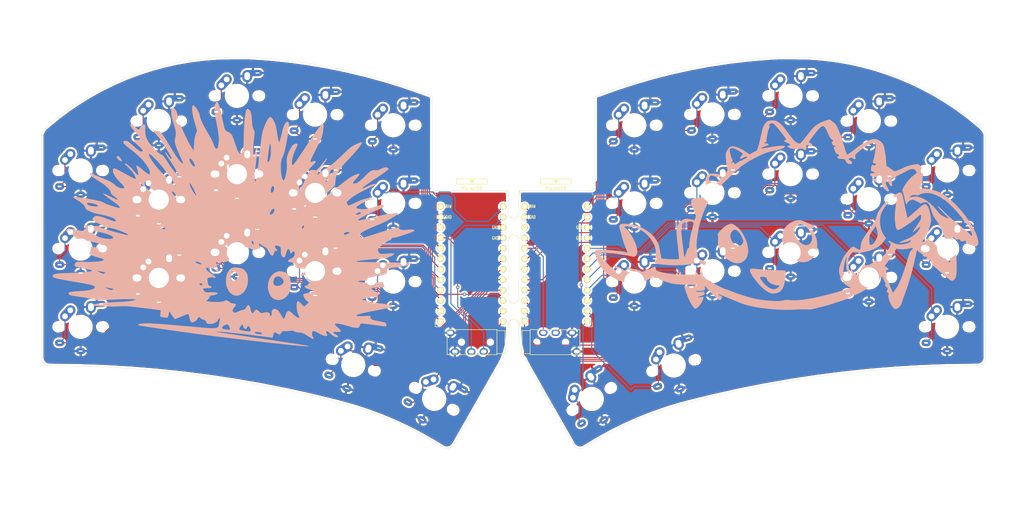
<source format=kicad_pcb>
(kicad_pcb (version 20171130) (host pcbnew "(5.1.12-1-10_14)")
  (layers (0 F.Cu signal) (31 B.Cu signal) (34 B.Paste user) (35 F.Paste user) (36 B.SilkS user) (37 F.SilkS user) (38 B.Mask user) (39 F.Mask user) (44 Edge.Cuts user))
  (net 0 "")
  (net 1 gnd)
  (net 2 vcc)
  (net 3 Switch18)
  (net 4 reset)
  (net 5 Switch1)
  (net 6 Switch2)
  (net 7 Switch3)
  (net 8 Switch4)
  (net 9 Switch5)
  (net 10 Switch6)
  (net 11 Switch7)
  (net 12 Switch8)
  (net 13 Switch9)
  (net 14 Switch10)
  (net 15 Switch11)
  (net 16 Switch12)
  (net 17 Switch13)
  (net 18 Switch14)
  (net 19 Switch15)
  (net 20 Switch16)
  (net 21 Switch17)
  (net 22 raw)
  (net 23 Switch18_r)
  (net 24 reset_r)
  (net 25 Switch9_r)
  (net 26 Switch10_r)
  (net 27 Switch11_r)
  (net 28 Switch12_r)
  (net 29 Switch13_r)
  (net 30 Switch14_r)
  (net 31 Switch15_r)
  (net 32 Switch16_r)
  (net 33 Switch17_r)
  (net 34 Switch1_r)
  (net 35 Switch2_r)
  (net 36 Switch3_r)
  (net 37 Switch4_r)
  (net 38 Switch5_r)
  (net 39 Switch6_r)
  (net 40 Switch7_r)
  (net 41 Switch8_r)
  (module silkscreens:unsafe_rust (layer B.Cu) (at 84.75 92.09 172)
    (fp_text reference G*** hide)
    (fp_text value LOGO hide)
  )
  (module silkscreens:open_eyes (layer B.Cu) (at 218.89 95.75 190)
    (fp_text reference G*** hide)
    (fp_text value LOGO hide)
  )
  (module kbd:ProMicro_v3_min (layer F.Cu) (at 140.094 100.246)
    (fp_text reference U1 hide)
    (fp_text value ProMicro-kbd hide)
    (fp_text user GND (at 5.68 -6.8) (layer F.SilkS) (effects (font (size 0.75 0.5) (thickness 0.125))))
    (fp_text user GND (at 5.68 -9.38) (layer F.SilkS) (effects (font (size 0.75 0.5) (thickness 0.125))))
    (fp_text user GND (at -5.67 -11.91) (layer F.SilkS) (effects (font (size 0.75 0.5) (thickness 0.125))))
    (fp_text user RAW (at -5.67 -14.52) (layer F.SilkS) (effects (font (size 0.75 0.5) (thickness 0.125))))
    (fp_text user MicroUSB (at -0.05 -18.95) (layer F.SilkS) (effects (font (size 0.75 0.75) (thickness 0.12))))
    (fp_text user "" (at -0.5 -17.25) (layer F.SilkS))
    (fp_text user "" (at -1.2065 -16.256) (layer B.SilkS) (effects (justify mirror)))
    (pad 1 thru_hole circle (at 7.6114 -14.478) (size 1.524 1.524) (drill 0.8128) (layers *.Cu F.SilkS B.Mask) (net 14 Switch10))
    (pad 2 thru_hole circle (at 7.6114 -11.938) (size 1.524 1.524) (drill 0.8128) (layers *.Cu F.SilkS B.Mask) (net 3 Switch18))
    (pad 3 thru_hole circle (at 7.6114 -9.398) (size 1.524 1.524) (drill 0.8128) (layers *.Cu F.SilkS B.Mask) (net 1 gnd))
    (pad 4 thru_hole circle (at 7.6114 -6.858) (size 1.524 1.524) (drill 0.8128) (layers *.Cu F.SilkS B.Mask) (net 1 gnd))
    (pad 5 thru_hole circle (at 7.6114 -4.318) (size 1.524 1.524) (drill 0.8128) (layers *.Cu F.SilkS B.Mask) (net 15 Switch11))
    (pad 6 thru_hole circle (at 7.6114 -1.778) (size 1.524 1.524) (drill 0.8128) (layers *.Cu F.SilkS B.Mask) (net 16 Switch12))
    (pad 7 thru_hole circle (at 7.6114 0.762) (size 1.524 1.524) (drill 0.8128) (layers *.Cu F.SilkS B.Mask) (net 17 Switch13))
    (pad 8 thru_hole circle (at 7.6114 3.302) (size 1.524 1.524) (drill 0.8128) (layers *.Cu F.SilkS B.Mask) (net 18 Switch14))
    (pad 9 thru_hole circle (at 7.6114 5.842) (size 1.524 1.524) (drill 0.8128) (layers *.Cu F.SilkS B.Mask) (net 19 Switch15))
    (pad 10 thru_hole circle (at 7.6114 8.382) (size 1.524 1.524) (drill 0.8128) (layers *.Cu F.SilkS B.Mask) (net 5 Switch1))
    (pad 11 thru_hole circle (at 7.6114 10.922) (size 1.524 1.524) (drill 0.8128) (layers *.Cu F.SilkS B.Mask) (net 20 Switch16))
    (pad 12 thru_hole circle (at 7.6114 13.462) (size 1.524 1.524) (drill 0.8128) (layers *.Cu F.SilkS B.Mask) (net 21 Switch17))
    (pad 13 thru_hole circle (at -7.6086 13.462) (size 1.524 1.524) (drill 0.8128) (layers *.Cu F.SilkS B.Mask) (net 13 Switch9))
    (pad 14 thru_hole circle (at -7.6086 10.922) (size 1.524 1.524) (drill 0.8128) (layers *.Cu F.SilkS B.Mask) (net 12 Switch8))
    (pad 15 thru_hole circle (at -7.6086 8.382) (size 1.524 1.524) (drill 0.8128) (layers *.Cu F.SilkS B.Mask) (net 11 Switch7))
    (pad 16 thru_hole circle (at -7.6086 5.842) (size 1.524 1.524) (drill 0.8128) (layers *.Cu F.SilkS B.Mask) (net 10 Switch6))
    (pad 17 thru_hole circle (at -7.6086 3.302) (size 1.524 1.524) (drill 0.8128) (layers *.Cu F.SilkS B.Mask) (net 6 Switch2))
    (pad 18 thru_hole circle (at -7.6086 0.762) (size 1.524 1.524) (drill 0.8128) (layers *.Cu F.SilkS B.Mask) (net 7 Switch3))
    (pad 19 thru_hole circle (at -7.6086 -1.778) (size 1.524 1.524) (drill 0.8128) (layers *.Cu F.SilkS B.Mask) (net 8 Switch4))
    (pad 20 thru_hole circle (at -7.6086 -4.318) (size 1.524 1.524) (drill 0.8128) (layers *.Cu F.SilkS B.Mask) (net 9 Switch5))
    (pad 21 thru_hole circle (at -7.6086 -6.858) (size 1.524 1.524) (drill 0.8128) (layers *.Cu F.SilkS B.Mask) (net 2 vcc))
    (pad 22 thru_hole circle (at -7.6086 -9.398) (size 1.524 1.524) (drill 0.8128) (layers *.Cu F.SilkS B.Mask) (net 4 reset))
    (pad 23 thru_hole circle (at -7.6086 -11.938) (size 1.524 1.524) (drill 0.8128) (layers *.Cu F.SilkS B.Mask) (net 1 gnd))
    (pad 24 thru_hole circle (at -7.6086 -14.478) (size 1.524 1.524) (drill 0.8128) (layers *.Cu F.SilkS B.Mask) (net 22 raw))
  )
  (module Duckyb-Parts:mouse-bite-5mm-slot-with-space-for-track (layer F.Cu) (at 150.241 111.1885)
    (fp_text reference mouse-bite-5mm-slot hide)
    (fp_text value VAL** hide)
    (pad "" np_thru_hole circle (at 1.016 0) (size 0.5 0.5) (drill 0.5) (layers *.Cu *.Mask))
    (pad "" np_thru_hole circle (at -1.016 0) (size 0.5 0.5) (drill 0.5) (layers *.Cu *.Mask))
    (pad "" np_thru_hole circle (at 1.016 2.032) (size 0.5 0.5) (drill 0.5) (layers *.Cu *.Mask))
    (pad "" np_thru_hole circle (at -1.016 2.032) (size 0.5 0.5) (drill 0.5) (layers *.Cu *.Mask))
    (pad "" np_thru_hole circle (at 1.016 -2.032) (size 0.5 0.5) (drill 0.5) (layers *.Cu *.Mask))
    (pad "" np_thru_hole circle (at -1.016 -2.032) (size 0.5 0.5) (drill 0.5) (layers *.Cu *.Mask))
    (pad "" np_thru_hole circle (at 1.016 -1.016) (size 0.5 0.5) (drill 0.5) (layers *.Cu *.Mask))
    (pad "" np_thru_hole circle (at 1.016 1.016) (size 0.5 0.5) (drill 0.5) (layers *.Cu *.Mask))
    (pad "" np_thru_hole circle (at -1.016 1.016) (size 0.5 0.5) (drill 0.5) (layers *.Cu *.Mask))
    (pad "" np_thru_hole circle (at -1.016 -1.016) (size 0.5 0.5) (drill 0.5) (layers *.Cu *.Mask))
  )
  (module Duckyb-Parts:mouse-bite-5mm-slot-with-space-for-track (layer F.Cu) (at 150.241 90.678)
    (fp_text reference mouse-bite-5mm-slot hide)
    (fp_text value VAL** hide)
    (pad "" np_thru_hole circle (at 1.016 0) (size 0.5 0.5) (drill 0.5) (layers *.Cu *.Mask))
    (pad "" np_thru_hole circle (at -1.016 0) (size 0.5 0.5) (drill 0.5) (layers *.Cu *.Mask))
    (pad "" np_thru_hole circle (at 1.016 2.032) (size 0.5 0.5) (drill 0.5) (layers *.Cu *.Mask))
    (pad "" np_thru_hole circle (at -1.016 2.032) (size 0.5 0.5) (drill 0.5) (layers *.Cu *.Mask))
    (pad "" np_thru_hole circle (at 1.016 -2.032) (size 0.5 0.5) (drill 0.5) (layers *.Cu *.Mask))
    (pad "" np_thru_hole circle (at -1.016 -2.032) (size 0.5 0.5) (drill 0.5) (layers *.Cu *.Mask))
    (pad "" np_thru_hole circle (at 1.016 -1.016) (size 0.5 0.5) (drill 0.5) (layers *.Cu *.Mask))
    (pad "" np_thru_hole circle (at 1.016 1.016) (size 0.5 0.5) (drill 0.5) (layers *.Cu *.Mask))
    (pad "" np_thru_hole circle (at -1.016 1.016) (size 0.5 0.5) (drill 0.5) (layers *.Cu *.Mask))
    (pad "" np_thru_hole circle (at -1.016 -1.016) (size 0.5 0.5) (drill 0.5) (layers *.Cu *.Mask))
  )
  (module kbd:ProMicro_v3_min (layer F.Cu) (at 160.51784 100.246)
    (fp_text reference U2 hide)
    (fp_text value ProMicro-kbd hide)
    (fp_text user GND (at 5.68 -6.8) (layer F.SilkS) (effects (font (size 0.75 0.5) (thickness 0.125))))
    (fp_text user GND (at 5.68 -9.38) (layer F.SilkS) (effects (font (size 0.75 0.5) (thickness 0.125))))
    (fp_text user GND (at -5.67 -11.91) (layer F.SilkS) (effects (font (size 0.75 0.5) (thickness 0.125))))
    (fp_text user RAW (at -5.67 -14.52) (layer F.SilkS) (effects (font (size 0.75 0.5) (thickness 0.125))))
    (fp_text user MicroUSB (at -0.05 -18.95) (layer F.SilkS) (effects (font (size 0.75 0.75) (thickness 0.12))))
    (fp_text user "" (at -0.5 -17.25) (layer F.SilkS))
    (fp_text user "" (at -1.2065 -16.256) (layer B.SilkS) (effects (justify mirror)))
    (pad 1 thru_hole circle (at 7.6114 -14.478) (size 1.524 1.524) (drill 0.8128) (layers *.Cu F.SilkS B.Mask) (net 26 Switch10_r))
    (pad 2 thru_hole circle (at 7.6114 -11.938) (size 1.524 1.524) (drill 0.8128) (layers *.Cu F.SilkS B.Mask) (net 23 Switch18_r))
    (pad 3 thru_hole circle (at 7.6114 -9.398) (size 1.524 1.524) (drill 0.8128) (layers *.Cu F.SilkS B.Mask) (net 1 gnd))
    (pad 4 thru_hole circle (at 7.6114 -6.858) (size 1.524 1.524) (drill 0.8128) (layers *.Cu F.SilkS B.Mask) (net 1 gnd))
    (pad 5 thru_hole circle (at 7.6114 -4.318) (size 1.524 1.524) (drill 0.8128) (layers *.Cu F.SilkS B.Mask) (net 27 Switch11_r))
    (pad 6 thru_hole circle (at 7.6114 -1.778) (size 1.524 1.524) (drill 0.8128) (layers *.Cu F.SilkS B.Mask) (net 28 Switch12_r))
    (pad 7 thru_hole circle (at 7.6114 0.762) (size 1.524 1.524) (drill 0.8128) (layers *.Cu F.SilkS B.Mask) (net 29 Switch13_r))
    (pad 8 thru_hole circle (at 7.6114 3.302) (size 1.524 1.524) (drill 0.8128) (layers *.Cu F.SilkS B.Mask) (net 30 Switch14_r))
    (pad 9 thru_hole circle (at 7.6114 5.842) (size 1.524 1.524) (drill 0.8128) (layers *.Cu F.SilkS B.Mask) (net 31 Switch15_r))
    (pad 10 thru_hole circle (at 7.6114 8.382) (size 1.524 1.524) (drill 0.8128) (layers *.Cu F.SilkS B.Mask) (net 34 Switch1_r))
    (pad 11 thru_hole circle (at 7.6114 10.922) (size 1.524 1.524) (drill 0.8128) (layers *.Cu F.SilkS B.Mask) (net 32 Switch16_r))
    (pad 12 thru_hole circle (at 7.6114 13.462) (size 1.524 1.524) (drill 0.8128) (layers *.Cu F.SilkS B.Mask) (net 33 Switch17_r))
    (pad 13 thru_hole circle (at -7.6086 13.462) (size 1.524 1.524) (drill 0.8128) (layers *.Cu F.SilkS B.Mask) (net 25 Switch9_r))
    (pad 14 thru_hole circle (at -7.6086 10.922) (size 1.524 1.524) (drill 0.8128) (layers *.Cu F.SilkS B.Mask) (net 41 Switch8_r))
    (pad 15 thru_hole circle (at -7.6086 8.382) (size 1.524 1.524) (drill 0.8128) (layers *.Cu F.SilkS B.Mask) (net 40 Switch7_r))
    (pad 16 thru_hole circle (at -7.6086 5.842) (size 1.524 1.524) (drill 0.8128) (layers *.Cu F.SilkS B.Mask) (net 39 Switch6_r))
    (pad 17 thru_hole circle (at -7.6086 3.302) (size 1.524 1.524) (drill 0.8128) (layers *.Cu F.SilkS B.Mask) (net 35 Switch2_r))
    (pad 18 thru_hole circle (at -7.6086 0.762) (size 1.524 1.524) (drill 0.8128) (layers *.Cu F.SilkS B.Mask) (net 36 Switch3_r))
    (pad 19 thru_hole circle (at -7.6086 -1.778) (size 1.524 1.524) (drill 0.8128) (layers *.Cu F.SilkS B.Mask) (net 37 Switch4_r))
    (pad 20 thru_hole circle (at -7.6086 -4.318) (size 1.524 1.524) (drill 0.8128) (layers *.Cu F.SilkS B.Mask) (net 38 Switch5_r))
    (pad 21 thru_hole circle (at -7.6086 -6.858) (size 1.524 1.524) (drill 0.8128) (layers *.Cu F.SilkS B.Mask) (net 2 vcc))
    (pad 22 thru_hole circle (at -7.6086 -9.398) (size 1.524 1.524) (drill 0.8128) (layers *.Cu F.SilkS B.Mask) (net 24 reset_r))
    (pad 23 thru_hole circle (at -7.6086 -11.938) (size 1.524 1.524) (drill 0.8128) (layers *.Cu F.SilkS B.Mask) (net 1 gnd))
    (pad 24 thru_hole circle (at -7.6086 -14.478) (size 1.524 1.524) (drill 0.8128) (layers *.Cu F.SilkS B.Mask) (net 22 raw))
  )
  (module Kailh:keyswitch_cherrymx_alps_choc12_1u (layer F.Cu) (at 120.98 104.008)
    (fp_text reference SW18 hide)
    (fp_text value SW_Push hide)
    (pad "" np_thru_hole circle (at -5.08 0) (size 1.7 1.7) (drill 1.7) (layers *.Cu))
    (pad "" np_thru_hole circle (at 5.08 0) (size 1.7 1.7) (drill 1.7) (layers *.Cu))
    (pad 2 thru_hole oval (at 0 5.9) (size 2.2 1.5) (drill oval 1 0.3) (layers *.Cu B.Mask) (net 1 gnd))
    (pad "" np_thru_hole circle (at 5.5 0 90) (size 1.8 1.8) (drill 1.8) (layers *.Cu))
    (pad "" np_thru_hole circle (at -5.5 0 90) (size 1.8 1.8) (drill 1.8) (layers *.Cu))
    (pad "" np_thru_hole circle (at 0 0 90) (size 4.9 4.9) (drill 4.9) (layers *.Cu))
    (pad 1 thru_hole oval (at -5.1 3.9) (size 2.2 1.6) (drill oval 1 0.4) (layers *.Cu B.Mask) (net 19 Switch15))
    (pad 2 thru_hole oval (at 5 -5.55 0.5) (size 4.4 1.5) (drill oval 1 0.3 (offset -1.1 0)) (layers *.Cu B.Mask) (net 1 gnd))
    (pad 1 thru_hole circle (at -2.5 -4) (size 2.4 2.4) (drill 1.4) (layers *.Cu B.Mask) (net 19 Switch15))
    (pad 2 thru_hole oval (at 2.5 -4.8) (size 2.4 2.95) (drill oval 1.4 1.95) (layers *.Cu B.Mask) (net 1 gnd))
    (pad 1 thru_hole oval (at -3.8 -2.55 318) (size 2.4 4.4) (drill 1.4 (offset 0 -1)) (layers *.Cu B.Mask) (net 19 Switch15))
  )
  (module Kailh:keyswitch_cherrymx_alps_choc12_1u (layer F.Cu) (at 111.272 124.288 345)
    (fp_text reference SW21 hide)
    (fp_text value SW_Push hide)
    (pad "" np_thru_hole circle (at -5.08 0 345) (size 1.7 1.7) (drill 1.7) (layers *.Cu))
    (pad "" np_thru_hole circle (at 5.08 0 345) (size 1.7 1.7) (drill 1.7) (layers *.Cu))
    (pad 2 thru_hole oval (at 0 5.9 345) (size 2.2 1.5) (drill oval 1 0.3) (layers *.Cu B.Mask) (net 1 gnd))
    (pad "" np_thru_hole circle (at 5.5 0 75) (size 1.8 1.8) (drill 1.8) (layers *.Cu))
    (pad "" np_thru_hole circle (at -5.5 0 75) (size 1.8 1.8) (drill 1.8) (layers *.Cu))
    (pad "" np_thru_hole circle (at 0 0 75) (size 4.9 4.9) (drill 4.9) (layers *.Cu))
    (pad 1 thru_hole oval (at -5.1 3.9 345) (size 2.2 1.6) (drill oval 1 0.4) (layers *.Cu B.Mask) (net 20 Switch16))
    (pad 2 thru_hole oval (at 5 -5.55 345.5) (size 4.4 1.5) (drill oval 1 0.3 (offset -1.1 0)) (layers *.Cu B.Mask) (net 1 gnd))
    (pad 1 thru_hole circle (at -2.5 -4 345) (size 2.4 2.4) (drill 1.4) (layers *.Cu B.Mask) (net 20 Switch16))
    (pad 2 thru_hole oval (at 2.5 -4.8 345) (size 2.4 2.95) (drill oval 1.4 1.95) (layers *.Cu B.Mask) (net 1 gnd))
    (pad 1 thru_hole oval (at -3.8 -2.55 303) (size 2.4 4.4) (drill 1.4 (offset 0 -1)) (layers *.Cu B.Mask) (net 20 Switch16))
  )
  (module Kailh:keyswitch_cherrymx_alps_choc12_1u (layer F.Cu) (at 189.17984 124.41 15)
    (fp_text reference SW21_r1 hide)
    (fp_text value SW_Push hide)
    (pad "" np_thru_hole circle (at -5.08 0 15) (size 1.7 1.7) (drill 1.7) (layers *.Cu))
    (pad "" np_thru_hole circle (at 5.08 0 15) (size 1.7 1.7) (drill 1.7) (layers *.Cu))
    (pad 2 thru_hole oval (at 0 5.9 15) (size 2.2 1.5) (drill oval 1 0.3) (layers *.Cu B.Mask) (net 1 gnd))
    (pad "" np_thru_hole circle (at 5.5 0 105) (size 1.8 1.8) (drill 1.8) (layers *.Cu))
    (pad "" np_thru_hole circle (at -5.5 0 105) (size 1.8 1.8) (drill 1.8) (layers *.Cu))
    (pad "" np_thru_hole circle (at 0 0 105) (size 4.9 4.9) (drill 4.9) (layers *.Cu))
    (pad 1 thru_hole oval (at -5.1 3.9 15) (size 2.2 1.6) (drill oval 1 0.4) (layers *.Cu B.Mask) (net 32 Switch16_r))
    (pad 2 thru_hole oval (at 5 -5.55 15.5) (size 4.4 1.5) (drill oval 1 0.3 (offset -1.1 0)) (layers *.Cu B.Mask) (net 1 gnd))
    (pad 1 thru_hole circle (at -2.5 -4 15) (size 2.4 2.4) (drill 1.4) (layers *.Cu B.Mask) (net 32 Switch16_r))
    (pad 2 thru_hole oval (at 2.5 -4.8 15) (size 2.4 2.95) (drill oval 1.4 1.95) (layers *.Cu B.Mask) (net 1 gnd))
    (pad 1 thru_hole oval (at -3.8 -2.55 333) (size 2.4 4.4) (drill 1.4 (offset 0 -1)) (layers *.Cu B.Mask) (net 32 Switch16_r))
  )
  (module Kailh:keyswitch_cherrymx_alps_choc12_1u (layer F.Cu) (at 169.251 132.542 30)
    (fp_text reference SW20_r1 hide)
    (fp_text value SW_Push hide)
    (pad "" np_thru_hole circle (at -5.08 0 30) (size 1.7 1.7) (drill 1.7) (layers *.Cu))
    (pad "" np_thru_hole circle (at 5.08 0 30) (size 1.7 1.7) (drill 1.7) (layers *.Cu))
    (pad 2 thru_hole oval (at 0 5.9 30) (size 2.2 1.5) (drill oval 1 0.3) (layers *.Cu B.Mask) (net 1 gnd))
    (pad "" np_thru_hole circle (at 5.5 0 120) (size 1.8 1.8) (drill 1.8) (layers *.Cu))
    (pad "" np_thru_hole circle (at -5.5 0 120) (size 1.8 1.8) (drill 1.8) (layers *.Cu))
    (pad "" np_thru_hole circle (at 0 0 120) (size 4.9 4.9) (drill 4.9) (layers *.Cu))
    (pad 1 thru_hole oval (at -5.1 3.9 30) (size 2.2 1.6) (drill oval 1 0.4) (layers *.Cu B.Mask) (net 33 Switch17_r))
    (pad 2 thru_hole oval (at 5 -5.55 30.5) (size 4.4 1.5) (drill oval 1 0.3 (offset -1.1 0)) (layers *.Cu B.Mask) (net 1 gnd))
    (pad 1 thru_hole circle (at -2.5 -4 30) (size 2.4 2.4) (drill 1.4) (layers *.Cu B.Mask) (net 33 Switch17_r))
    (pad 2 thru_hole oval (at 2.5 -4.8 30) (size 2.4 2.95) (drill oval 1.4 1.95) (layers *.Cu B.Mask) (net 1 gnd))
    (pad 1 thru_hole oval (at -3.8 -2.55 348) (size 2.4 4.4) (drill 1.4 (offset 0 -1)) (layers *.Cu B.Mask) (net 33 Switch17_r))
  )
  (module Kailh:keyswitch_cherrymx_alps_choc12_1u (layer F.Cu) (at 217.58784 77.878)
    (fp_text reference SW9_r1 hide)
    (fp_text value SW_Push hide)
    (pad "" np_thru_hole circle (at -5.08 0) (size 1.7 1.7) (drill 1.7) (layers *.Cu))
    (pad "" np_thru_hole circle (at 5.08 0) (size 1.7 1.7) (drill 1.7) (layers *.Cu))
    (pad 2 thru_hole oval (at 0 5.9) (size 2.2 1.5) (drill oval 1 0.3) (layers *.Cu B.Mask) (net 1 gnd))
    (pad "" np_thru_hole circle (at 5.5 0 90) (size 1.8 1.8) (drill 1.8) (layers *.Cu))
    (pad "" np_thru_hole circle (at -5.5 0 90) (size 1.8 1.8) (drill 1.8) (layers *.Cu))
    (pad "" np_thru_hole circle (at 0 0 90) (size 4.9 4.9) (drill 4.9) (layers *.Cu))
    (pad 1 thru_hole oval (at -5.1 3.9) (size 2.2 1.6) (drill oval 1 0.4) (layers *.Cu B.Mask) (net 41 Switch8_r))
    (pad 2 thru_hole oval (at 5 -5.55 0.5) (size 4.4 1.5) (drill oval 1 0.3 (offset -1.1 0)) (layers *.Cu B.Mask) (net 1 gnd))
    (pad 1 thru_hole circle (at -2.5 -4) (size 2.4 2.4) (drill 1.4) (layers *.Cu B.Mask) (net 41 Switch8_r))
    (pad 2 thru_hole oval (at 2.5 -4.8) (size 2.4 2.95) (drill oval 1.4 1.95) (layers *.Cu B.Mask) (net 1 gnd))
    (pad 1 thru_hole oval (at -3.8 -2.55 318) (size 2.4 4.4) (drill 1.4 (offset 0 -1)) (layers *.Cu B.Mask) (net 41 Switch8_r))
  )
  (module Kailh:keyswitch_cherrymx_alps_choc12_1u (layer F.Cu) (at 236.61384 83.974)
    (fp_text reference SW8_r1 hide)
    (fp_text value SW_Push hide)
    (pad "" np_thru_hole circle (at -5.08 0) (size 1.7 1.7) (drill 1.7) (layers *.Cu))
    (pad "" np_thru_hole circle (at 5.08 0) (size 1.7 1.7) (drill 1.7) (layers *.Cu))
    (pad 2 thru_hole oval (at 0 5.9) (size 2.2 1.5) (drill oval 1 0.3) (layers *.Cu B.Mask) (net 1 gnd))
    (pad "" np_thru_hole circle (at 5.5 0 90) (size 1.8 1.8) (drill 1.8) (layers *.Cu))
    (pad "" np_thru_hole circle (at -5.5 0 90) (size 1.8 1.8) (drill 1.8) (layers *.Cu))
    (pad "" np_thru_hole circle (at 0 0 90) (size 4.9 4.9) (drill 4.9) (layers *.Cu))
    (pad 1 thru_hole oval (at -5.1 3.9) (size 2.2 1.6) (drill oval 1 0.4) (layers *.Cu B.Mask) (net 40 Switch7_r))
    (pad 2 thru_hole oval (at 5 -5.55 0.5) (size 4.4 1.5) (drill oval 1 0.3 (offset -1.1 0)) (layers *.Cu B.Mask) (net 1 gnd))
    (pad 1 thru_hole circle (at -2.5 -4) (size 2.4 2.4) (drill 1.4) (layers *.Cu B.Mask) (net 40 Switch7_r))
    (pad 2 thru_hole oval (at 2.5 -4.8) (size 2.4 2.95) (drill oval 1.4 1.95) (layers *.Cu B.Mask) (net 1 gnd))
    (pad 1 thru_hole oval (at -3.8 -2.55 318) (size 2.4 4.4) (drill 1.4 (offset 0 -1)) (layers *.Cu B.Mask) (net 40 Switch7_r))
  )
  (module Kailh:keyswitch_cherrymx_alps_choc12_1u (layer F.Cu) (at 255.63184 96)
    (fp_text reference SW7_r1 hide)
    (fp_text value SW_Push hide)
    (pad "" np_thru_hole circle (at -5.08 0) (size 1.7 1.7) (drill 1.7) (layers *.Cu))
    (pad "" np_thru_hole circle (at 5.08 0) (size 1.7 1.7) (drill 1.7) (layers *.Cu))
    (pad 2 thru_hole oval (at 0 5.9) (size 2.2 1.5) (drill oval 1 0.3) (layers *.Cu B.Mask) (net 1 gnd))
    (pad "" np_thru_hole circle (at 5.5 0 90) (size 1.8 1.8) (drill 1.8) (layers *.Cu))
    (pad "" np_thru_hole circle (at -5.5 0 90) (size 1.8 1.8) (drill 1.8) (layers *.Cu))
    (pad "" np_thru_hole circle (at 0 0 90) (size 4.9 4.9) (drill 4.9) (layers *.Cu))
    (pad 1 thru_hole oval (at -5.1 3.9) (size 2.2 1.6) (drill oval 1 0.4) (layers *.Cu B.Mask) (net 39 Switch6_r))
    (pad 2 thru_hole oval (at 5 -5.55 0.5) (size 4.4 1.5) (drill oval 1 0.3 (offset -1.1 0)) (layers *.Cu B.Mask) (net 1 gnd))
    (pad 1 thru_hole circle (at -2.5 -4) (size 2.4 2.4) (drill 1.4) (layers *.Cu B.Mask) (net 39 Switch6_r))
    (pad 2 thru_hole oval (at 2.5 -4.8) (size 2.4 2.95) (drill oval 1.4 1.95) (layers *.Cu B.Mask) (net 1 gnd))
    (pad 1 thru_hole oval (at -3.8 -2.55 318) (size 2.4 4.4) (drill 1.4 (offset 0 -1)) (layers *.Cu B.Mask) (net 39 Switch6_r))
  )
  (module Kailh:keyswitch_cherrymx_alps_choc12_1u (layer F.Cu) (at 179.58584 66)
    (fp_text reference SW6_r1 hide)
    (fp_text value SW_Push hide)
    (pad "" np_thru_hole circle (at -5.08 0) (size 1.7 1.7) (drill 1.7) (layers *.Cu))
    (pad "" np_thru_hole circle (at 5.08 0) (size 1.7 1.7) (drill 1.7) (layers *.Cu))
    (pad 2 thru_hole oval (at 0 5.9) (size 2.2 1.5) (drill oval 1 0.3) (layers *.Cu B.Mask) (net 1 gnd))
    (pad "" np_thru_hole circle (at 5.5 0 90) (size 1.8 1.8) (drill 1.8) (layers *.Cu))
    (pad "" np_thru_hole circle (at -5.5 0 90) (size 1.8 1.8) (drill 1.8) (layers *.Cu))
    (pad "" np_thru_hole circle (at 0 0 90) (size 4.9 4.9) (drill 4.9) (layers *.Cu))
    (pad 1 thru_hole oval (at -5.1 3.9) (size 2.2 1.6) (drill oval 1 0.4) (layers *.Cu B.Mask) (net 38 Switch5_r))
    (pad 2 thru_hole oval (at 5 -5.55 0.5) (size 4.4 1.5) (drill oval 1 0.3 (offset -1.1 0)) (layers *.Cu B.Mask) (net 1 gnd))
    (pad 1 thru_hole circle (at -2.5 -4) (size 2.4 2.4) (drill 1.4) (layers *.Cu B.Mask) (net 38 Switch5_r))
    (pad 2 thru_hole oval (at 2.5 -4.8) (size 2.4 2.95) (drill oval 1.4 1.95) (layers *.Cu B.Mask) (net 1 gnd))
    (pad 1 thru_hole oval (at -3.8 -2.55 318) (size 2.4 4.4) (drill 1.4 (offset 0 -1)) (layers *.Cu B.Mask) (net 38 Switch5_r))
  )
  (module Kailh:keyswitch_cherrymx_alps_choc12_1u (layer F.Cu) (at 198.58584 63.368)
    (fp_text reference SW5_r1 hide)
    (fp_text value SW_Push hide)
    (pad "" np_thru_hole circle (at -5.08 0) (size 1.7 1.7) (drill 1.7) (layers *.Cu))
    (pad "" np_thru_hole circle (at 5.08 0) (size 1.7 1.7) (drill 1.7) (layers *.Cu))
    (pad 2 thru_hole oval (at 0 5.9) (size 2.2 1.5) (drill oval 1 0.3) (layers *.Cu B.Mask) (net 1 gnd))
    (pad "" np_thru_hole circle (at 5.5 0 90) (size 1.8 1.8) (drill 1.8) (layers *.Cu))
    (pad "" np_thru_hole circle (at -5.5 0 90) (size 1.8 1.8) (drill 1.8) (layers *.Cu))
    (pad "" np_thru_hole circle (at 0 0 90) (size 4.9 4.9) (drill 4.9) (layers *.Cu))
    (pad 1 thru_hole oval (at -5.1 3.9) (size 2.2 1.6) (drill oval 1 0.4) (layers *.Cu B.Mask) (net 37 Switch4_r))
    (pad 2 thru_hole oval (at 5 -5.55 0.5) (size 4.4 1.5) (drill oval 1 0.3 (offset -1.1 0)) (layers *.Cu B.Mask) (net 1 gnd))
    (pad 1 thru_hole circle (at -2.5 -4) (size 2.4 2.4) (drill 1.4) (layers *.Cu B.Mask) (net 37 Switch4_r))
    (pad 2 thru_hole oval (at 2.5 -4.8) (size 2.4 2.95) (drill oval 1.4 1.95) (layers *.Cu B.Mask) (net 1 gnd))
    (pad 1 thru_hole oval (at -3.8 -2.55 318) (size 2.4 4.4) (drill 1.4 (offset 0 -1)) (layers *.Cu B.Mask) (net 37 Switch4_r))
  )
  (module Kailh:keyswitch_cherrymx_alps_choc12_1u (layer F.Cu) (at 217.58784 58.86)
    (fp_text reference SW4_r1 hide)
    (fp_text value SW_Push hide)
    (pad "" np_thru_hole circle (at -5.08 0) (size 1.7 1.7) (drill 1.7) (layers *.Cu))
    (pad "" np_thru_hole circle (at 5.08 0) (size 1.7 1.7) (drill 1.7) (layers *.Cu))
    (pad 2 thru_hole oval (at 0 5.9) (size 2.2 1.5) (drill oval 1 0.3) (layers *.Cu B.Mask) (net 1 gnd))
    (pad "" np_thru_hole circle (at 5.5 0 90) (size 1.8 1.8) (drill 1.8) (layers *.Cu))
    (pad "" np_thru_hole circle (at -5.5 0 90) (size 1.8 1.8) (drill 1.8) (layers *.Cu))
    (pad "" np_thru_hole circle (at 0 0 90) (size 4.9 4.9) (drill 4.9) (layers *.Cu))
    (pad 1 thru_hole oval (at -5.1 3.9) (size 2.2 1.6) (drill oval 1 0.4) (layers *.Cu B.Mask) (net 36 Switch3_r))
    (pad 2 thru_hole oval (at 5 -5.55 0.5) (size 4.4 1.5) (drill oval 1 0.3 (offset -1.1 0)) (layers *.Cu B.Mask) (net 1 gnd))
    (pad 1 thru_hole circle (at -2.5 -4) (size 2.4 2.4) (drill 1.4) (layers *.Cu B.Mask) (net 36 Switch3_r))
    (pad 2 thru_hole oval (at 2.5 -4.8) (size 2.4 2.95) (drill oval 1.4 1.95) (layers *.Cu B.Mask) (net 1 gnd))
    (pad 1 thru_hole oval (at -3.8 -2.55 318) (size 2.4 4.4) (drill 1.4 (offset 0 -1)) (layers *.Cu B.Mask) (net 36 Switch3_r))
  )
  (module Kailh:keyswitch_cherrymx_alps_choc12_1u (layer F.Cu) (at 236.61384 65)
    (fp_text reference SW3_r1 hide)
    (fp_text value SW_Push hide)
    (pad "" np_thru_hole circle (at -5.08 0) (size 1.7 1.7) (drill 1.7) (layers *.Cu))
    (pad "" np_thru_hole circle (at 5.08 0) (size 1.7 1.7) (drill 1.7) (layers *.Cu))
    (pad 2 thru_hole oval (at 0 5.9) (size 2.2 1.5) (drill oval 1 0.3) (layers *.Cu B.Mask) (net 1 gnd))
    (pad "" np_thru_hole circle (at 5.5 0 90) (size 1.8 1.8) (drill 1.8) (layers *.Cu))
    (pad "" np_thru_hole circle (at -5.5 0 90) (size 1.8 1.8) (drill 1.8) (layers *.Cu))
    (pad "" np_thru_hole circle (at 0 0 90) (size 4.9 4.9) (drill 4.9) (layers *.Cu))
    (pad 1 thru_hole oval (at -5.1 3.9) (size 2.2 1.6) (drill oval 1 0.4) (layers *.Cu B.Mask) (net 35 Switch2_r))
    (pad 2 thru_hole oval (at 5 -5.55 0.5) (size 4.4 1.5) (drill oval 1 0.3 (offset -1.1 0)) (layers *.Cu B.Mask) (net 1 gnd))
    (pad 1 thru_hole circle (at -2.5 -4) (size 2.4 2.4) (drill 1.4) (layers *.Cu B.Mask) (net 35 Switch2_r))
    (pad 2 thru_hole oval (at 2.5 -4.8) (size 2.4 2.95) (drill oval 1.4 1.95) (layers *.Cu B.Mask) (net 1 gnd))
    (pad 1 thru_hole oval (at -3.8 -2.55 318) (size 2.4 4.4) (drill 1.4 (offset 0 -1)) (layers *.Cu B.Mask) (net 35 Switch2_r))
  )
  (module Kailh:keyswitch_cherrymx_alps_choc12_1u (layer F.Cu) (at 255.63184 77)
    (fp_text reference SW2_r1 hide)
    (fp_text value SW_Push hide)
    (pad "" np_thru_hole circle (at -5.08 0) (size 1.7 1.7) (drill 1.7) (layers *.Cu))
    (pad "" np_thru_hole circle (at 5.08 0) (size 1.7 1.7) (drill 1.7) (layers *.Cu))
    (pad 2 thru_hole oval (at 0 5.9) (size 2.2 1.5) (drill oval 1 0.3) (layers *.Cu B.Mask) (net 1 gnd))
    (pad "" np_thru_hole circle (at 5.5 0 90) (size 1.8 1.8) (drill 1.8) (layers *.Cu))
    (pad "" np_thru_hole circle (at -5.5 0 90) (size 1.8 1.8) (drill 1.8) (layers *.Cu))
    (pad "" np_thru_hole circle (at 0 0 90) (size 4.9 4.9) (drill 4.9) (layers *.Cu))
    (pad 1 thru_hole oval (at -5.1 3.9) (size 2.2 1.6) (drill oval 1 0.4) (layers *.Cu B.Mask) (net 34 Switch1_r))
    (pad 2 thru_hole oval (at 5 -5.55 0.5) (size 4.4 1.5) (drill oval 1 0.3 (offset -1.1 0)) (layers *.Cu B.Mask) (net 1 gnd))
    (pad 1 thru_hole circle (at -2.5 -4) (size 2.4 2.4) (drill 1.4) (layers *.Cu B.Mask) (net 34 Switch1_r))
    (pad 2 thru_hole oval (at 2.5 -4.8) (size 2.4 2.95) (drill oval 1.4 1.95) (layers *.Cu B.Mask) (net 1 gnd))
    (pad 1 thru_hole oval (at -3.8 -2.55 318) (size 2.4 4.4) (drill 1.4 (offset 0 -1)) (layers *.Cu B.Mask) (net 34 Switch1_r))
  )
  (module Kailh:keyswitch_cherrymx_alps_choc12_1u (layer F.Cu) (at 236.61384 102.992)
    (fp_text reference SW18_r1 hide)
    (fp_text value SW_Push hide)
    (pad "" np_thru_hole circle (at -5.08 0) (size 1.7 1.7) (drill 1.7) (layers *.Cu))
    (pad "" np_thru_hole circle (at 5.08 0) (size 1.7 1.7) (drill 1.7) (layers *.Cu))
    (pad 2 thru_hole oval (at 0 5.9) (size 2.2 1.5) (drill oval 1 0.3) (layers *.Cu B.Mask) (net 1 gnd))
    (pad "" np_thru_hole circle (at 5.5 0 90) (size 1.8 1.8) (drill 1.8) (layers *.Cu))
    (pad "" np_thru_hole circle (at -5.5 0 90) (size 1.8 1.8) (drill 1.8) (layers *.Cu))
    (pad "" np_thru_hole circle (at 0 0 90) (size 4.9 4.9) (drill 4.9) (layers *.Cu))
    (pad 1 thru_hole oval (at -5.1 3.9) (size 2.2 1.6) (drill oval 1 0.4) (layers *.Cu B.Mask) (net 28 Switch12_r))
    (pad 2 thru_hole oval (at 5 -5.55 0.5) (size 4.4 1.5) (drill oval 1 0.3 (offset -1.1 0)) (layers *.Cu B.Mask) (net 1 gnd))
    (pad 1 thru_hole circle (at -2.5 -4) (size 2.4 2.4) (drill 1.4) (layers *.Cu B.Mask) (net 28 Switch12_r))
    (pad 2 thru_hole oval (at 2.5 -4.8) (size 2.4 2.95) (drill oval 1.4 1.95) (layers *.Cu B.Mask) (net 1 gnd))
    (pad 1 thru_hole oval (at -3.8 -2.55 318) (size 2.4 4.4) (drill 1.4 (offset 0 -1)) (layers *.Cu B.Mask) (net 28 Switch12_r))
  )
  (module Kailh:keyswitch_cherrymx_alps_choc12_1u (layer F.Cu) (at 179.58584 104.008)
    (fp_text reference SW17_r1 hide)
    (fp_text value SW_Push hide)
    (pad "" np_thru_hole circle (at -5.08 0) (size 1.7 1.7) (drill 1.7) (layers *.Cu))
    (pad "" np_thru_hole circle (at 5.08 0) (size 1.7 1.7) (drill 1.7) (layers *.Cu))
    (pad 2 thru_hole oval (at 0 5.9) (size 2.2 1.5) (drill oval 1 0.3) (layers *.Cu B.Mask) (net 1 gnd))
    (pad "" np_thru_hole circle (at 5.5 0 90) (size 1.8 1.8) (drill 1.8) (layers *.Cu))
    (pad "" np_thru_hole circle (at -5.5 0 90) (size 1.8 1.8) (drill 1.8) (layers *.Cu))
    (pad "" np_thru_hole circle (at 0 0 90) (size 4.9 4.9) (drill 4.9) (layers *.Cu))
    (pad 1 thru_hole oval (at -5.1 3.9) (size 2.2 1.6) (drill oval 1 0.4) (layers *.Cu B.Mask) (net 31 Switch15_r))
    (pad 2 thru_hole oval (at 5 -5.55 0.5) (size 4.4 1.5) (drill oval 1 0.3 (offset -1.1 0)) (layers *.Cu B.Mask) (net 1 gnd))
    (pad 1 thru_hole circle (at -2.5 -4) (size 2.4 2.4) (drill 1.4) (layers *.Cu B.Mask) (net 31 Switch15_r))
    (pad 2 thru_hole oval (at 2.5 -4.8) (size 2.4 2.95) (drill oval 1.4 1.95) (layers *.Cu B.Mask) (net 1 gnd))
    (pad 1 thru_hole oval (at -3.8 -2.55 318) (size 2.4 4.4) (drill 1.4 (offset 0 -1)) (layers *.Cu B.Mask) (net 31 Switch15_r))
  )
  (module Kailh:keyswitch_cherrymx_alps_choc12_1u (layer F.Cu) (at 198.58584 101.468)
    (fp_text reference SW16_r1 hide)
    (fp_text value SW_Push hide)
    (pad "" np_thru_hole circle (at -5.08 0) (size 1.7 1.7) (drill 1.7) (layers *.Cu))
    (pad "" np_thru_hole circle (at 5.08 0) (size 1.7 1.7) (drill 1.7) (layers *.Cu))
    (pad 2 thru_hole oval (at 0 5.9) (size 2.2 1.5) (drill oval 1 0.3) (layers *.Cu B.Mask) (net 1 gnd))
    (pad "" np_thru_hole circle (at 5.5 0 90) (size 1.8 1.8) (drill 1.8) (layers *.Cu))
    (pad "" np_thru_hole circle (at -5.5 0 90) (size 1.8 1.8) (drill 1.8) (layers *.Cu))
    (pad "" np_thru_hole circle (at 0 0 90) (size 4.9 4.9) (drill 4.9) (layers *.Cu))
    (pad 1 thru_hole oval (at -5.1 3.9) (size 2.2 1.6) (drill oval 1 0.4) (layers *.Cu B.Mask) (net 30 Switch14_r))
    (pad 2 thru_hole oval (at 5 -5.55 0.5) (size 4.4 1.5) (drill oval 1 0.3 (offset -1.1 0)) (layers *.Cu B.Mask) (net 1 gnd))
    (pad 1 thru_hole circle (at -2.5 -4) (size 2.4 2.4) (drill 1.4) (layers *.Cu B.Mask) (net 30 Switch14_r))
    (pad 2 thru_hole oval (at 2.5 -4.8) (size 2.4 2.95) (drill oval 1.4 1.95) (layers *.Cu B.Mask) (net 1 gnd))
    (pad 1 thru_hole oval (at -3.8 -2.55 318) (size 2.4 4.4) (drill 1.4 (offset 0 -1)) (layers *.Cu B.Mask) (net 30 Switch14_r))
  )
  (module Kailh:keyswitch_cherrymx_alps_choc12_1u (layer F.Cu) (at 217.58784 96.896)
    (fp_text reference SW15_r1 hide)
    (fp_text value SW_Push hide)
    (pad "" np_thru_hole circle (at -5.08 0) (size 1.7 1.7) (drill 1.7) (layers *.Cu))
    (pad "" np_thru_hole circle (at 5.08 0) (size 1.7 1.7) (drill 1.7) (layers *.Cu))
    (pad 2 thru_hole oval (at 0 5.9) (size 2.2 1.5) (drill oval 1 0.3) (layers *.Cu B.Mask) (net 1 gnd))
    (pad "" np_thru_hole circle (at 5.5 0 90) (size 1.8 1.8) (drill 1.8) (layers *.Cu))
    (pad "" np_thru_hole circle (at -5.5 0 90) (size 1.8 1.8) (drill 1.8) (layers *.Cu))
    (pad "" np_thru_hole circle (at 0 0 90) (size 4.9 4.9) (drill 4.9) (layers *.Cu))
    (pad 1 thru_hole oval (at -5.1 3.9) (size 2.2 1.6) (drill oval 1 0.4) (layers *.Cu B.Mask) (net 29 Switch13_r))
    (pad 2 thru_hole oval (at 5 -5.55 0.5) (size 4.4 1.5) (drill oval 1 0.3 (offset -1.1 0)) (layers *.Cu B.Mask) (net 1 gnd))
    (pad 1 thru_hole circle (at -2.5 -4) (size 2.4 2.4) (drill 1.4) (layers *.Cu B.Mask) (net 29 Switch13_r))
    (pad 2 thru_hole oval (at 2.5 -4.8) (size 2.4 2.95) (drill oval 1.4 1.95) (layers *.Cu B.Mask) (net 1 gnd))
    (pad 1 thru_hole oval (at -3.8 -2.55 318) (size 2.4 4.4) (drill 1.4 (offset 0 -1)) (layers *.Cu B.Mask) (net 29 Switch13_r))
  )
  (module Kailh:keyswitch_cherrymx_alps_choc12_1u (layer F.Cu) (at 255.63184 115)
    (fp_text reference SW13_r1 hide)
    (fp_text value SW_Push hide)
    (pad "" np_thru_hole circle (at -5.08 0) (size 1.7 1.7) (drill 1.7) (layers *.Cu))
    (pad "" np_thru_hole circle (at 5.08 0) (size 1.7 1.7) (drill 1.7) (layers *.Cu))
    (pad 2 thru_hole oval (at 0 5.9) (size 2.2 1.5) (drill oval 1 0.3) (layers *.Cu B.Mask) (net 1 gnd))
    (pad "" np_thru_hole circle (at 5.5 0 90) (size 1.8 1.8) (drill 1.8) (layers *.Cu))
    (pad "" np_thru_hole circle (at -5.5 0 90) (size 1.8 1.8) (drill 1.8) (layers *.Cu))
    (pad "" np_thru_hole circle (at 0 0 90) (size 4.9 4.9) (drill 4.9) (layers *.Cu))
    (pad 1 thru_hole oval (at -5.1 3.9) (size 2.2 1.6) (drill oval 1 0.4) (layers *.Cu B.Mask) (net 27 Switch11_r))
    (pad 2 thru_hole oval (at 5 -5.55 0.5) (size 4.4 1.5) (drill oval 1 0.3 (offset -1.1 0)) (layers *.Cu B.Mask) (net 1 gnd))
    (pad 1 thru_hole circle (at -2.5 -4) (size 2.4 2.4) (drill 1.4) (layers *.Cu B.Mask) (net 27 Switch11_r))
    (pad 2 thru_hole oval (at 2.5 -4.8) (size 2.4 2.95) (drill oval 1.4 1.95) (layers *.Cu B.Mask) (net 1 gnd))
    (pad 1 thru_hole oval (at -3.8 -2.55 318) (size 2.4 4.4) (drill 1.4 (offset 0 -1)) (layers *.Cu B.Mask) (net 27 Switch11_r))
  )
  (module Kailh:keyswitch_cherrymx_alps_choc12_1u (layer F.Cu) (at 179.58584 84.99)
    (fp_text reference SW12_r1 hide)
    (fp_text value SW_Push hide)
    (pad "" np_thru_hole circle (at -5.08 0) (size 1.7 1.7) (drill 1.7) (layers *.Cu))
    (pad "" np_thru_hole circle (at 5.08 0) (size 1.7 1.7) (drill 1.7) (layers *.Cu))
    (pad 2 thru_hole oval (at 0 5.9) (size 2.2 1.5) (drill oval 1 0.3) (layers *.Cu B.Mask) (net 1 gnd))
    (pad "" np_thru_hole circle (at 5.5 0 90) (size 1.8 1.8) (drill 1.8) (layers *.Cu))
    (pad "" np_thru_hole circle (at -5.5 0 90) (size 1.8 1.8) (drill 1.8) (layers *.Cu))
    (pad "" np_thru_hole circle (at 0 0 90) (size 4.9 4.9) (drill 4.9) (layers *.Cu))
    (pad 1 thru_hole oval (at -5.1 3.9) (size 2.2 1.6) (drill oval 1 0.4) (layers *.Cu B.Mask) (net 26 Switch10_r))
    (pad 2 thru_hole oval (at 5 -5.55 0.5) (size 4.4 1.5) (drill oval 1 0.3 (offset -1.1 0)) (layers *.Cu B.Mask) (net 1 gnd))
    (pad 1 thru_hole circle (at -2.5 -4) (size 2.4 2.4) (drill 1.4) (layers *.Cu B.Mask) (net 26 Switch10_r))
    (pad 2 thru_hole oval (at 2.5 -4.8) (size 2.4 2.95) (drill oval 1.4 1.95) (layers *.Cu B.Mask) (net 1 gnd))
    (pad 1 thru_hole oval (at -3.8 -2.55 318) (size 2.4 4.4) (drill 1.4 (offset 0 -1)) (layers *.Cu B.Mask) (net 26 Switch10_r))
  )
  (module Kailh:keyswitch_cherrymx_alps_choc12_1u (layer F.Cu) (at 198.58584 82.418)
    (fp_text reference SW11_r1 hide)
    (fp_text value SW_Push hide)
    (pad "" np_thru_hole circle (at -5.08 0) (size 1.7 1.7) (drill 1.7) (layers *.Cu))
    (pad "" np_thru_hole circle (at 5.08 0) (size 1.7 1.7) (drill 1.7) (layers *.Cu))
    (pad 2 thru_hole oval (at 0 5.9) (size 2.2 1.5) (drill oval 1 0.3) (layers *.Cu B.Mask) (net 1 gnd))
    (pad "" np_thru_hole circle (at 5.5 0 90) (size 1.8 1.8) (drill 1.8) (layers *.Cu))
    (pad "" np_thru_hole circle (at -5.5 0 90) (size 1.8 1.8) (drill 1.8) (layers *.Cu))
    (pad "" np_thru_hole circle (at 0 0 90) (size 4.9 4.9) (drill 4.9) (layers *.Cu))
    (pad 1 thru_hole oval (at -5.1 3.9) (size 2.2 1.6) (drill oval 1 0.4) (layers *.Cu B.Mask) (net 25 Switch9_r))
    (pad 2 thru_hole oval (at 5 -5.55 0.5) (size 4.4 1.5) (drill oval 1 0.3 (offset -1.1 0)) (layers *.Cu B.Mask) (net 1 gnd))
    (pad 1 thru_hole circle (at -2.5 -4) (size 2.4 2.4) (drill 1.4) (layers *.Cu B.Mask) (net 25 Switch9_r))
    (pad 2 thru_hole oval (at 2.5 -4.8) (size 2.4 2.95) (drill oval 1.4 1.95) (layers *.Cu B.Mask) (net 1 gnd))
    (pad 1 thru_hole oval (at -3.8 -2.55 318) (size 2.4 4.4) (drill 1.4 (offset 0 -1)) (layers *.Cu B.Mask) (net 25 Switch9_r))
  )
  (module Kailh:keyswitch_cherrymx_alps_choc12_1u (layer F.Cu) (at 130.95 132.504 330)
    (fp_text reference SW20 hide)
    (fp_text value SW_Push hide)
    (pad "" np_thru_hole circle (at -5.08 0 330) (size 1.7 1.7) (drill 1.7) (layers *.Cu))
    (pad "" np_thru_hole circle (at 5.08 0 330) (size 1.7 1.7) (drill 1.7) (layers *.Cu))
    (pad 2 thru_hole oval (at 0 5.9 330) (size 2.2 1.5) (drill oval 1 0.3) (layers *.Cu B.Mask) (net 1 gnd))
    (pad "" np_thru_hole circle (at 5.5 0 60) (size 1.8 1.8) (drill 1.8) (layers *.Cu))
    (pad "" np_thru_hole circle (at -5.5 0 60) (size 1.8 1.8) (drill 1.8) (layers *.Cu))
    (pad "" np_thru_hole circle (at 0 0 60) (size 4.9 4.9) (drill 4.9) (layers *.Cu))
    (pad 1 thru_hole oval (at -5.1 3.9 330) (size 2.2 1.6) (drill oval 1 0.4) (layers *.Cu B.Mask) (net 21 Switch17))
    (pad 2 thru_hole oval (at 5 -5.55 330.5) (size 4.4 1.5) (drill oval 1 0.3 (offset -1.1 0)) (layers *.Cu B.Mask) (net 1 gnd))
    (pad 1 thru_hole circle (at -2.5 -4 330) (size 2.4 2.4) (drill 1.4) (layers *.Cu B.Mask) (net 21 Switch17))
    (pad 2 thru_hole oval (at 2.5 -4.8 330) (size 2.4 2.95) (drill oval 1.4 1.95) (layers *.Cu B.Mask) (net 1 gnd))
    (pad 1 thru_hole oval (at -3.8 -2.55 288) (size 2.4 4.4) (drill 1.4 (offset 0 -1)) (layers *.Cu B.Mask) (net 21 Switch17))
  )
  (module Kailh:keyswitch_cherrymx_alps_choc12_1u (layer F.Cu) (at 102 101.468)
    (fp_text reference SW17 hide)
    (fp_text value SW_Push hide)
    (pad "" np_thru_hole circle (at -5.08 0) (size 1.7 1.7) (drill 1.7) (layers *.Cu))
    (pad "" np_thru_hole circle (at 5.08 0) (size 1.7 1.7) (drill 1.7) (layers *.Cu))
    (pad 2 thru_hole oval (at 0 5.9) (size 2.2 1.5) (drill oval 1 0.3) (layers *.Cu B.Mask) (net 1 gnd))
    (pad "" np_thru_hole circle (at 5.5 0 90) (size 1.8 1.8) (drill 1.8) (layers *.Cu))
    (pad "" np_thru_hole circle (at -5.5 0 90) (size 1.8 1.8) (drill 1.8) (layers *.Cu))
    (pad "" np_thru_hole circle (at 0 0 90) (size 4.9 4.9) (drill 4.9) (layers *.Cu))
    (pad 1 thru_hole oval (at -5.1 3.9) (size 2.2 1.6) (drill oval 1 0.4) (layers *.Cu B.Mask) (net 18 Switch14))
    (pad 2 thru_hole oval (at 5 -5.55 0.5) (size 4.4 1.5) (drill oval 1 0.3 (offset -1.1 0)) (layers *.Cu B.Mask) (net 1 gnd))
    (pad 1 thru_hole circle (at -2.5 -4) (size 2.4 2.4) (drill 1.4) (layers *.Cu B.Mask) (net 18 Switch14))
    (pad 2 thru_hole oval (at 2.5 -4.8) (size 2.4 2.95) (drill oval 1.4 1.95) (layers *.Cu B.Mask) (net 1 gnd))
    (pad 1 thru_hole oval (at -3.8 -2.55 318) (size 2.4 4.4) (drill 1.4 (offset 0 -1)) (layers *.Cu B.Mask) (net 18 Switch14))
  )
  (module Kailh:keyswitch_cherrymx_alps_choc12_1u (layer F.Cu) (at 83 96.896)
    (fp_text reference SW16 hide)
    (fp_text value SW_Push hide)
    (pad "" np_thru_hole circle (at -5.08 0) (size 1.7 1.7) (drill 1.7) (layers *.Cu))
    (pad "" np_thru_hole circle (at 5.08 0) (size 1.7 1.7) (drill 1.7) (layers *.Cu))
    (pad 2 thru_hole oval (at 0 5.9) (size 2.2 1.5) (drill oval 1 0.3) (layers *.Cu B.Mask) (net 1 gnd))
    (pad "" np_thru_hole circle (at 5.5 0 90) (size 1.8 1.8) (drill 1.8) (layers *.Cu))
    (pad "" np_thru_hole circle (at -5.5 0 90) (size 1.8 1.8) (drill 1.8) (layers *.Cu))
    (pad "" np_thru_hole circle (at 0 0 90) (size 4.9 4.9) (drill 4.9) (layers *.Cu))
    (pad 1 thru_hole oval (at -5.1 3.9) (size 2.2 1.6) (drill oval 1 0.4) (layers *.Cu B.Mask) (net 17 Switch13))
    (pad 2 thru_hole oval (at 5 -5.55 0.5) (size 4.4 1.5) (drill oval 1 0.3 (offset -1.1 0)) (layers *.Cu B.Mask) (net 1 gnd))
    (pad 1 thru_hole circle (at -2.5 -4) (size 2.4 2.4) (drill 1.4) (layers *.Cu B.Mask) (net 17 Switch13))
    (pad 2 thru_hole oval (at 2.5 -4.8) (size 2.4 2.95) (drill oval 1.4 1.95) (layers *.Cu B.Mask) (net 1 gnd))
    (pad 1 thru_hole oval (at -3.8 -2.55 318) (size 2.4 4.4) (drill 1.4 (offset 0 -1)) (layers *.Cu B.Mask) (net 17 Switch13))
  )
  (module Kailh:keyswitch_cherrymx_alps_choc12_1u (layer F.Cu) (at 64.008 103.124)
    (fp_text reference SW15 hide)
    (fp_text value SW_Push hide)
    (pad "" np_thru_hole circle (at -5.08 0) (size 1.7 1.7) (drill 1.7) (layers *.Cu))
    (pad "" np_thru_hole circle (at 5.08 0) (size 1.7 1.7) (drill 1.7) (layers *.Cu))
    (pad 2 thru_hole oval (at 0 5.9) (size 2.2 1.5) (drill oval 1 0.3) (layers *.Cu B.Mask) (net 1 gnd))
    (pad "" np_thru_hole circle (at 5.5 0 90) (size 1.8 1.8) (drill 1.8) (layers *.Cu))
    (pad "" np_thru_hole circle (at -5.5 0 90) (size 1.8 1.8) (drill 1.8) (layers *.Cu))
    (pad "" np_thru_hole circle (at 0 0 90) (size 4.9 4.9) (drill 4.9) (layers *.Cu))
    (pad 1 thru_hole oval (at -5.1 3.9) (size 2.2 1.6) (drill oval 1 0.4) (layers *.Cu B.Mask) (net 16 Switch12))
    (pad 2 thru_hole oval (at 5 -5.55 0.5) (size 4.4 1.5) (drill oval 1 0.3 (offset -1.1 0)) (layers *.Cu B.Mask) (net 1 gnd))
    (pad 1 thru_hole circle (at -2.5 -4) (size 2.4 2.4) (drill 1.4) (layers *.Cu B.Mask) (net 16 Switch12))
    (pad 2 thru_hole oval (at 2.5 -4.8) (size 2.4 2.95) (drill oval 1.4 1.95) (layers *.Cu B.Mask) (net 1 gnd))
    (pad 1 thru_hole oval (at -3.8 -2.55 318) (size 2.4 4.4) (drill 1.4 (offset 0 -1)) (layers *.Cu B.Mask) (net 16 Switch12))
  )
  (module Kailh:keyswitch_cherrymx_alps_choc12_1u (layer F.Cu) (at 45 115)
    (fp_text reference SW14 hide)
    (fp_text value SW_Push hide)
    (pad "" np_thru_hole circle (at -5.08 0) (size 1.7 1.7) (drill 1.7) (layers *.Cu))
    (pad "" np_thru_hole circle (at 5.08 0) (size 1.7 1.7) (drill 1.7) (layers *.Cu))
    (pad 2 thru_hole oval (at 0 5.9) (size 2.2 1.5) (drill oval 1 0.3) (layers *.Cu B.Mask) (net 1 gnd))
    (pad "" np_thru_hole circle (at 5.5 0 90) (size 1.8 1.8) (drill 1.8) (layers *.Cu))
    (pad "" np_thru_hole circle (at -5.5 0 90) (size 1.8 1.8) (drill 1.8) (layers *.Cu))
    (pad "" np_thru_hole circle (at 0 0 90) (size 4.9 4.9) (drill 4.9) (layers *.Cu))
    (pad 1 thru_hole oval (at -5.1 3.9) (size 2.2 1.6) (drill oval 1 0.4) (layers *.Cu B.Mask) (net 15 Switch11))
    (pad 2 thru_hole oval (at 5 -5.55 0.5) (size 4.4 1.5) (drill oval 1 0.3 (offset -1.1 0)) (layers *.Cu B.Mask) (net 1 gnd))
    (pad 1 thru_hole circle (at -2.5 -4) (size 2.4 2.4) (drill 1.4) (layers *.Cu B.Mask) (net 15 Switch11))
    (pad 2 thru_hole oval (at 2.5 -4.8) (size 2.4 2.95) (drill oval 1.4 1.95) (layers *.Cu B.Mask) (net 1 gnd))
    (pad 1 thru_hole oval (at -3.8 -2.55 318) (size 2.4 4.4) (drill 1.4 (offset 0 -1)) (layers *.Cu B.Mask) (net 15 Switch11))
  )
  (module Kailh:keyswitch_cherrymx_alps_choc12_1u (layer F.Cu) (at 120.98 84.99)
    (fp_text reference SW12 hide)
    (fp_text value SW_Push hide)
    (pad "" np_thru_hole circle (at -5.08 0) (size 1.7 1.7) (drill 1.7) (layers *.Cu))
    (pad "" np_thru_hole circle (at 5.08 0) (size 1.7 1.7) (drill 1.7) (layers *.Cu))
    (pad 2 thru_hole oval (at 0 5.9) (size 2.2 1.5) (drill oval 1 0.3) (layers *.Cu B.Mask) (net 1 gnd))
    (pad "" np_thru_hole circle (at 5.5 0 90) (size 1.8 1.8) (drill 1.8) (layers *.Cu))
    (pad "" np_thru_hole circle (at -5.5 0 90) (size 1.8 1.8) (drill 1.8) (layers *.Cu))
    (pad "" np_thru_hole circle (at 0 0 90) (size 4.9 4.9) (drill 4.9) (layers *.Cu))
    (pad 1 thru_hole oval (at -5.1 3.9) (size 2.2 1.6) (drill oval 1 0.4) (layers *.Cu B.Mask) (net 14 Switch10))
    (pad 2 thru_hole oval (at 5 -5.55 0.5) (size 4.4 1.5) (drill oval 1 0.3 (offset -1.1 0)) (layers *.Cu B.Mask) (net 1 gnd))
    (pad 1 thru_hole circle (at -2.5 -4) (size 2.4 2.4) (drill 1.4) (layers *.Cu B.Mask) (net 14 Switch10))
    (pad 2 thru_hole oval (at 2.5 -4.8) (size 2.4 2.95) (drill oval 1.4 1.95) (layers *.Cu B.Mask) (net 1 gnd))
    (pad 1 thru_hole oval (at -3.8 -2.55 318) (size 2.4 4.4) (drill 1.4 (offset 0 -1)) (layers *.Cu B.Mask) (net 14 Switch10))
  )
  (module Kailh:keyswitch_cherrymx_alps_choc12_1u (layer F.Cu) (at 102 82.45)
    (fp_text reference SW11 hide)
    (fp_text value SW_Push hide)
    (pad "" np_thru_hole circle (at -5.08 0) (size 1.7 1.7) (drill 1.7) (layers *.Cu))
    (pad "" np_thru_hole circle (at 5.08 0) (size 1.7 1.7) (drill 1.7) (layers *.Cu))
    (pad 2 thru_hole oval (at 0 5.9) (size 2.2 1.5) (drill oval 1 0.3) (layers *.Cu B.Mask) (net 1 gnd))
    (pad "" np_thru_hole circle (at 5.5 0 90) (size 1.8 1.8) (drill 1.8) (layers *.Cu))
    (pad "" np_thru_hole circle (at -5.5 0 90) (size 1.8 1.8) (drill 1.8) (layers *.Cu))
    (pad "" np_thru_hole circle (at 0 0 90) (size 4.9 4.9) (drill 4.9) (layers *.Cu))
    (pad 1 thru_hole oval (at -5.1 3.9) (size 2.2 1.6) (drill oval 1 0.4) (layers *.Cu B.Mask) (net 13 Switch9))
    (pad 2 thru_hole oval (at 5 -5.55 0.5) (size 4.4 1.5) (drill oval 1 0.3 (offset -1.1 0)) (layers *.Cu B.Mask) (net 1 gnd))
    (pad 1 thru_hole circle (at -2.5 -4) (size 2.4 2.4) (drill 1.4) (layers *.Cu B.Mask) (net 13 Switch9))
    (pad 2 thru_hole oval (at 2.5 -4.8) (size 2.4 2.95) (drill oval 1.4 1.95) (layers *.Cu B.Mask) (net 1 gnd))
    (pad 1 thru_hole oval (at -3.8 -2.55 318) (size 2.4 4.4) (drill 1.4 (offset 0 -1)) (layers *.Cu B.Mask) (net 13 Switch9))
  )
  (module Kailh:keyswitch_cherrymx_alps_choc12_1u (layer F.Cu) (at 83 77.878)
    (fp_text reference SW10 hide)
    (fp_text value SW_Push hide)
    (pad "" np_thru_hole circle (at -5.08 0) (size 1.7 1.7) (drill 1.7) (layers *.Cu))
    (pad "" np_thru_hole circle (at 5.08 0) (size 1.7 1.7) (drill 1.7) (layers *.Cu))
    (pad 2 thru_hole oval (at 0 5.9) (size 2.2 1.5) (drill oval 1 0.3) (layers *.Cu B.Mask) (net 1 gnd))
    (pad "" np_thru_hole circle (at 5.5 0 90) (size 1.8 1.8) (drill 1.8) (layers *.Cu))
    (pad "" np_thru_hole circle (at -5.5 0 90) (size 1.8 1.8) (drill 1.8) (layers *.Cu))
    (pad "" np_thru_hole circle (at 0 0 90) (size 4.9 4.9) (drill 4.9) (layers *.Cu))
    (pad 1 thru_hole oval (at -5.1 3.9) (size 2.2 1.6) (drill oval 1 0.4) (layers *.Cu B.Mask) (net 12 Switch8))
    (pad 2 thru_hole oval (at 5 -5.55 0.5) (size 4.4 1.5) (drill oval 1 0.3 (offset -1.1 0)) (layers *.Cu B.Mask) (net 1 gnd))
    (pad 1 thru_hole circle (at -2.5 -4) (size 2.4 2.4) (drill 1.4) (layers *.Cu B.Mask) (net 12 Switch8))
    (pad 2 thru_hole oval (at 2.5 -4.8) (size 2.4 2.95) (drill oval 1.4 1.95) (layers *.Cu B.Mask) (net 1 gnd))
    (pad 1 thru_hole oval (at -3.8 -2.55 318) (size 2.4 4.4) (drill 1.4 (offset 0 -1)) (layers *.Cu B.Mask) (net 12 Switch8))
  )
  (module Kailh:keyswitch_cherrymx_alps_choc12_1u (layer F.Cu) (at 64 84.074)
    (fp_text reference SW9 hide)
    (fp_text value SW_Push hide)
    (pad "" np_thru_hole circle (at -5.08 0) (size 1.7 1.7) (drill 1.7) (layers *.Cu))
    (pad "" np_thru_hole circle (at 5.08 0) (size 1.7 1.7) (drill 1.7) (layers *.Cu))
    (pad 2 thru_hole oval (at 0 5.9) (size 2.2 1.5) (drill oval 1 0.3) (layers *.Cu B.Mask) (net 1 gnd))
    (pad "" np_thru_hole circle (at 5.5 0 90) (size 1.8 1.8) (drill 1.8) (layers *.Cu))
    (pad "" np_thru_hole circle (at -5.5 0 90) (size 1.8 1.8) (drill 1.8) (layers *.Cu))
    (pad "" np_thru_hole circle (at 0 0 90) (size 4.9 4.9) (drill 4.9) (layers *.Cu))
    (pad 1 thru_hole oval (at -5.1 3.9) (size 2.2 1.6) (drill oval 1 0.4) (layers *.Cu B.Mask) (net 11 Switch7))
    (pad 2 thru_hole oval (at 5 -5.55 0.5) (size 4.4 1.5) (drill oval 1 0.3 (offset -1.1 0)) (layers *.Cu B.Mask) (net 1 gnd))
    (pad 1 thru_hole circle (at -2.5 -4) (size 2.4 2.4) (drill 1.4) (layers *.Cu B.Mask) (net 11 Switch7))
    (pad 2 thru_hole oval (at 2.5 -4.8) (size 2.4 2.95) (drill oval 1.4 1.95) (layers *.Cu B.Mask) (net 1 gnd))
    (pad 1 thru_hole oval (at -3.8 -2.55 318) (size 2.4 4.4) (drill 1.4 (offset 0 -1)) (layers *.Cu B.Mask) (net 11 Switch7))
  )
  (module Kailh:keyswitch_cherrymx_alps_choc12_1u (layer F.Cu) (at 45 96)
    (fp_text reference SW8 hide)
    (fp_text value SW_Push hide)
    (pad "" np_thru_hole circle (at -5.08 0) (size 1.7 1.7) (drill 1.7) (layers *.Cu))
    (pad "" np_thru_hole circle (at 5.08 0) (size 1.7 1.7) (drill 1.7) (layers *.Cu))
    (pad 2 thru_hole oval (at 0 5.9) (size 2.2 1.5) (drill oval 1 0.3) (layers *.Cu B.Mask) (net 1 gnd))
    (pad "" np_thru_hole circle (at 5.5 0 90) (size 1.8 1.8) (drill 1.8) (layers *.Cu))
    (pad "" np_thru_hole circle (at -5.5 0 90) (size 1.8 1.8) (drill 1.8) (layers *.Cu))
    (pad "" np_thru_hole circle (at 0 0 90) (size 4.9 4.9) (drill 4.9) (layers *.Cu))
    (pad 1 thru_hole oval (at -5.1 3.9) (size 2.2 1.6) (drill oval 1 0.4) (layers *.Cu B.Mask) (net 10 Switch6))
    (pad 2 thru_hole oval (at 5 -5.55 0.5) (size 4.4 1.5) (drill oval 1 0.3 (offset -1.1 0)) (layers *.Cu B.Mask) (net 1 gnd))
    (pad 1 thru_hole circle (at -2.5 -4) (size 2.4 2.4) (drill 1.4) (layers *.Cu B.Mask) (net 10 Switch6))
    (pad 2 thru_hole oval (at 2.5 -4.8) (size 2.4 2.95) (drill oval 1.4 1.95) (layers *.Cu B.Mask) (net 1 gnd))
    (pad 1 thru_hole oval (at -3.8 -2.55 318) (size 2.4 4.4) (drill 1.4 (offset 0 -1)) (layers *.Cu B.Mask) (net 10 Switch6))
  )
  (module Kailh:keyswitch_cherrymx_alps_choc12_1u (layer F.Cu) (at 121 66)
    (fp_text reference SW6 hide)
    (fp_text value SW_Push hide)
    (pad "" np_thru_hole circle (at -5.08 0) (size 1.7 1.7) (drill 1.7) (layers *.Cu))
    (pad "" np_thru_hole circle (at 5.08 0) (size 1.7 1.7) (drill 1.7) (layers *.Cu))
    (pad 2 thru_hole oval (at 0 5.9) (size 2.2 1.5) (drill oval 1 0.3) (layers *.Cu B.Mask) (net 1 gnd))
    (pad "" np_thru_hole circle (at 5.5 0 90) (size 1.8 1.8) (drill 1.8) (layers *.Cu))
    (pad "" np_thru_hole circle (at -5.5 0 90) (size 1.8 1.8) (drill 1.8) (layers *.Cu))
    (pad "" np_thru_hole circle (at 0 0 90) (size 4.9 4.9) (drill 4.9) (layers *.Cu))
    (pad 1 thru_hole oval (at -5.1 3.9) (size 2.2 1.6) (drill oval 1 0.4) (layers *.Cu B.Mask) (net 9 Switch5))
    (pad 2 thru_hole oval (at 5 -5.55 0.5) (size 4.4 1.5) (drill oval 1 0.3 (offset -1.1 0)) (layers *.Cu B.Mask) (net 1 gnd))
    (pad 1 thru_hole circle (at -2.5 -4) (size 2.4 2.4) (drill 1.4) (layers *.Cu B.Mask) (net 9 Switch5))
    (pad 2 thru_hole oval (at 2.5 -4.8) (size 2.4 2.95) (drill oval 1.4 1.95) (layers *.Cu B.Mask) (net 1 gnd))
    (pad 1 thru_hole oval (at -3.8 -2.55 318) (size 2.4 4.4) (drill 1.4 (offset 0 -1)) (layers *.Cu B.Mask) (net 9 Switch5))
  )
  (module Kailh:keyswitch_cherrymx_alps_choc12_1u (layer F.Cu) (at 101.994 63.432)
    (fp_text reference SW5 hide)
    (fp_text value SW_Push hide)
    (pad "" np_thru_hole circle (at -5.08 0) (size 1.7 1.7) (drill 1.7) (layers *.Cu))
    (pad "" np_thru_hole circle (at 5.08 0) (size 1.7 1.7) (drill 1.7) (layers *.Cu))
    (pad 2 thru_hole oval (at 0 5.9) (size 2.2 1.5) (drill oval 1 0.3) (layers *.Cu B.Mask) (net 1 gnd))
    (pad "" np_thru_hole circle (at 5.5 0 90) (size 1.8 1.8) (drill 1.8) (layers *.Cu))
    (pad "" np_thru_hole circle (at -5.5 0 90) (size 1.8 1.8) (drill 1.8) (layers *.Cu))
    (pad "" np_thru_hole circle (at 0 0 90) (size 4.9 4.9) (drill 4.9) (layers *.Cu))
    (pad 1 thru_hole oval (at -5.1 3.9) (size 2.2 1.6) (drill oval 1 0.4) (layers *.Cu B.Mask) (net 8 Switch4))
    (pad 2 thru_hole oval (at 5 -5.55 0.5) (size 4.4 1.5) (drill oval 1 0.3 (offset -1.1 0)) (layers *.Cu B.Mask) (net 1 gnd))
    (pad 1 thru_hole circle (at -2.5 -4) (size 2.4 2.4) (drill 1.4) (layers *.Cu B.Mask) (net 8 Switch4))
    (pad 2 thru_hole oval (at 2.5 -4.8) (size 2.4 2.95) (drill oval 1.4 1.95) (layers *.Cu B.Mask) (net 1 gnd))
    (pad 1 thru_hole oval (at -3.8 -2.55 318) (size 2.4 4.4) (drill 1.4 (offset 0 -1)) (layers *.Cu B.Mask) (net 8 Switch4))
  )
  (module Kailh:keyswitch_cherrymx_alps_choc12_1u (layer F.Cu) (at 83 58.86)
    (fp_text reference SW4 hide)
    (fp_text value SW_Push hide)
    (pad "" np_thru_hole circle (at -5.08 0) (size 1.7 1.7) (drill 1.7) (layers *.Cu))
    (pad "" np_thru_hole circle (at 5.08 0) (size 1.7 1.7) (drill 1.7) (layers *.Cu))
    (pad 2 thru_hole oval (at 0 5.9) (size 2.2 1.5) (drill oval 1 0.3) (layers *.Cu B.Mask) (net 1 gnd))
    (pad "" np_thru_hole circle (at 5.5 0 90) (size 1.8 1.8) (drill 1.8) (layers *.Cu))
    (pad "" np_thru_hole circle (at -5.5 0 90) (size 1.8 1.8) (drill 1.8) (layers *.Cu))
    (pad "" np_thru_hole circle (at 0 0 90) (size 4.9 4.9) (drill 4.9) (layers *.Cu))
    (pad 1 thru_hole oval (at -5.1 3.9) (size 2.2 1.6) (drill oval 1 0.4) (layers *.Cu B.Mask) (net 7 Switch3))
    (pad 2 thru_hole oval (at 5 -5.55 0.5) (size 4.4 1.5) (drill oval 1 0.3 (offset -1.1 0)) (layers *.Cu B.Mask) (net 1 gnd))
    (pad 1 thru_hole circle (at -2.5 -4) (size 2.4 2.4) (drill 1.4) (layers *.Cu B.Mask) (net 7 Switch3))
    (pad 2 thru_hole oval (at 2.5 -4.8) (size 2.4 2.95) (drill oval 1.4 1.95) (layers *.Cu B.Mask) (net 1 gnd))
    (pad 1 thru_hole oval (at -3.8 -2.55 318) (size 2.4 4.4) (drill 1.4 (offset 0 -1)) (layers *.Cu B.Mask) (net 7 Switch3))
  )
  (module Kailh:keyswitch_cherrymx_alps_choc12_1u (layer F.Cu) (at 64 65)
    (fp_text reference SW3 hide)
    (fp_text value SW_Push hide)
    (pad "" np_thru_hole circle (at -5.08 0) (size 1.7 1.7) (drill 1.7) (layers *.Cu))
    (pad "" np_thru_hole circle (at 5.08 0) (size 1.7 1.7) (drill 1.7) (layers *.Cu))
    (pad 2 thru_hole oval (at 0 5.9) (size 2.2 1.5) (drill oval 1 0.3) (layers *.Cu B.Mask) (net 1 gnd))
    (pad "" np_thru_hole circle (at 5.5 0 90) (size 1.8 1.8) (drill 1.8) (layers *.Cu))
    (pad "" np_thru_hole circle (at -5.5 0 90) (size 1.8 1.8) (drill 1.8) (layers *.Cu))
    (pad "" np_thru_hole circle (at 0 0 90) (size 4.9 4.9) (drill 4.9) (layers *.Cu))
    (pad 1 thru_hole oval (at -5.1 3.9) (size 2.2 1.6) (drill oval 1 0.4) (layers *.Cu B.Mask) (net 6 Switch2))
    (pad 2 thru_hole oval (at 5 -5.55 0.5) (size 4.4 1.5) (drill oval 1 0.3 (offset -1.1 0)) (layers *.Cu B.Mask) (net 1 gnd))
    (pad 1 thru_hole circle (at -2.5 -4) (size 2.4 2.4) (drill 1.4) (layers *.Cu B.Mask) (net 6 Switch2))
    (pad 2 thru_hole oval (at 2.5 -4.8) (size 2.4 2.95) (drill oval 1.4 1.95) (layers *.Cu B.Mask) (net 1 gnd))
    (pad 1 thru_hole oval (at -3.8 -2.55 318) (size 2.4 4.4) (drill 1.4 (offset 0 -1)) (layers *.Cu B.Mask) (net 6 Switch2))
  )
  (module Kailh:keyswitch_cherrymx_alps_choc12_1u (layer F.Cu) (at 45 77)
    (fp_text reference SW2 hide)
    (fp_text value SW_Push hide)
    (pad "" np_thru_hole circle (at -5.08 0) (size 1.7 1.7) (drill 1.7) (layers *.Cu))
    (pad "" np_thru_hole circle (at 5.08 0) (size 1.7 1.7) (drill 1.7) (layers *.Cu))
    (pad 2 thru_hole oval (at 0 5.9) (size 2.2 1.5) (drill oval 1 0.3) (layers *.Cu B.Mask) (net 1 gnd))
    (pad "" np_thru_hole circle (at 5.5 0 90) (size 1.8 1.8) (drill 1.8) (layers *.Cu))
    (pad "" np_thru_hole circle (at -5.5 0 90) (size 1.8 1.8) (drill 1.8) (layers *.Cu))
    (pad "" np_thru_hole circle (at 0 0 90) (size 4.9 4.9) (drill 4.9) (layers *.Cu))
    (pad 1 thru_hole oval (at -5.1 3.9) (size 2.2 1.6) (drill oval 1 0.4) (layers *.Cu B.Mask) (net 5 Switch1))
    (pad 2 thru_hole oval (at 5 -5.55 0.5) (size 4.4 1.5) (drill oval 1 0.3 (offset -1.1 0)) (layers *.Cu B.Mask) (net 1 gnd))
    (pad 1 thru_hole circle (at -2.5 -4) (size 2.4 2.4) (drill 1.4) (layers *.Cu B.Mask) (net 5 Switch1))
    (pad 2 thru_hole oval (at 2.5 -4.8) (size 2.4 2.95) (drill oval 1.4 1.95) (layers *.Cu B.Mask) (net 1 gnd))
    (pad 1 thru_hole oval (at -3.8 -2.55 318) (size 2.4 4.4) (drill 1.4 (offset 0 -1)) (layers *.Cu B.Mask) (net 5 Switch1))
  )
  (module Kailh:TRRS-PJ-DPB2 (layer F.Cu) (at 154.26784 118.734 90)
    (fp_text reference J1)
    (fp_text value AudioJack4dpb hide)
    (fp_text user " " (at -0.011 4.73616 180) (layer B.SilkS) (effects (justify mirror)))
    (pad R1 thru_hole oval (at 2.3 6.2 270) (size 1.6 2) (drill oval 0.9 1.3) (layers *.Cu *.Mask) (net 23 Switch18_r))
    (pad R2 thru_hole oval (at 2.3 3.2 270) (size 1.6 2) (drill oval 0.9 1.3) (layers *.Cu *.Mask) (net 2 vcc))
    (pad T thru_hole oval (at 2.3 10.2 270) (size 1.6 2) (drill oval 0.9 1.3) (layers *.Cu *.Mask) (net 1 gnd))
    (pad S thru_hole oval (at -2.3 11.3 270) (size 1.6 2) (drill oval 0.9 1.3) (layers *.Cu *.Mask) (net 1 gnd))
    (pad S thru_hole oval (at -2.3 11.3 90) (size 1.6 2) (drill oval 0.9 1.3) (layers *.Cu *.Mask) (net 1 gnd))
    (pad T thru_hole oval (at 2.3 10.2 90) (size 1.6 2) (drill oval 0.9 1.3) (layers *.Cu *.Mask) (net 1 gnd))
    (pad R2 thru_hole oval (at 2.3 3.2 90) (size 1.6 2) (drill oval 0.9 1.3) (layers *.Cu *.Mask) (net 2 vcc))
    (pad "" np_thru_hole circle (at 0 8.6 90) (size 0.8 0.8) (drill 0.8) (layers *.Cu *.Mask))
    (pad "" np_thru_hole circle (at 0 1.6 90) (size 0.8 0.8) (drill 0.8) (layers *.Cu *.Mask))
    (pad R1 thru_hole oval (at 2.3 6.2 90) (size 1.6 2) (drill oval 0.9 1.3) (layers *.Cu *.Mask) (net 23 Switch18_r))
  )
  (module Kailh:TRRS-PJ-DPB2 (layer F.Cu) (at 146.19 118.734 270)
    (fp_text reference J2)
    (fp_text value AudioJack4dpb hide)
    (fp_text user " " (at 0.011 4.712 180) (layer B.SilkS) (effects (justify mirror)))
    (pad R1 thru_hole oval (at 2.3 6.2 90) (size 1.6 2) (drill oval 0.9 1.3) (layers *.Cu *.Mask) (net 3 Switch18))
    (pad R2 thru_hole oval (at 2.3 3.2 90) (size 1.6 2) (drill oval 0.9 1.3) (layers *.Cu *.Mask) (net 2 vcc))
    (pad T thru_hole oval (at 2.3 10.2 90) (size 1.6 2) (drill oval 0.9 1.3) (layers *.Cu *.Mask) (net 1 gnd))
    (pad S thru_hole oval (at -2.3 11.3 90) (size 1.6 2) (drill oval 0.9 1.3) (layers *.Cu *.Mask) (net 1 gnd))
    (pad S thru_hole oval (at -2.3 11.3 270) (size 1.6 2) (drill oval 0.9 1.3) (layers *.Cu *.Mask) (net 1 gnd))
    (pad T thru_hole oval (at 2.3 10.2 270) (size 1.6 2) (drill oval 0.9 1.3) (layers *.Cu *.Mask) (net 1 gnd))
    (pad R2 thru_hole oval (at 2.3 3.2 270) (size 1.6 2) (drill oval 0.9 1.3) (layers *.Cu *.Mask) (net 2 vcc))
    (pad "" np_thru_hole circle (at 0 8.6 270) (size 0.8 0.8) (drill 0.8) (layers *.Cu *.Mask))
    (pad "" np_thru_hole circle (at 0 1.6 270) (size 0.8 0.8) (drill 0.8) (layers *.Cu *.Mask))
    (pad R1 thru_hole oval (at 2.3 6.2 270) (size 1.6 2) (drill oval 0.9 1.3) (layers *.Cu *.Mask) (net 3 Switch18))
  )
  (gr_arc (start 150.241 108.2675) (end 149.288501 108.627999) (angle -138.5389276) (layer Edge.Cuts) (width 0.05))
  (gr_line (start 151.53384 108.628) (end 151.1935 108.628) (layer Edge.Cuts) (width 0.05))
  (gr_arc (start 150.241 114.1095) (end 151.193499 113.728501) (angle -136.397181) (layer Edge.Cuts) (width 0.05))
  (gr_line (start 151.54584 113.7285) (end 151.1935 113.7285) (layer Edge.Cuts) (width 0.05))
  (gr_arc (start 150.241 93.599) (end 151.193499 93.218001) (angle -136.397181) (layer Edge.Cuts) (width 0.05))
  (gr_line (start 151.54584 93.218) (end 151.1935 93.218) (layer Edge.Cuts) (width 0.05))
  (gr_arc (start 150.241 87.757) (end 149.288501 88.109999) (angle -139.3302184) (layer Edge.Cuts) (width 0.05))
  (gr_line (start 151.53384 88.11) (end 151.1935 88.11) (layer Edge.Cuts) (width 0.05))
  (gr_arc (start 81.868 118.198) (end 81.868 49.468) (angle -40.87028694) (layer Edge.Cuts) (width 0.05))
  (gr_line (start 85.843124 49.465561) (end 81.868 49.468) (layer Edge.Cuts) (width 0.05))
  (gr_line (start 35.465859 68.23732) (end 35.458001 122.542999) (layer Edge.Cuts) (width 0.05))
  (gr_arc (start 129.713 59.473) (end 130.463 59.473) (angle -65.14479855) (layer Edge.Cuts) (width 0.05))
  (gr_arc (start 37.458 122.473) (end 35.458001 122.542999) (angle -88.99765458) (layer Edge.Cuts) (width 0.05))
  (gr_arc (start 37.488 406.408) (end 107.798171 133.38233) (angle -14.38425514) (layer Edge.Cuts) (width 0.05))
  (gr_line (start 37.768 124.474571) (end 37.493002 124.473917) (layer Edge.Cuts) (width 0.05))
  (gr_arc (start 78.550642 193.305354) (end 130.028245 58.79247) (angle -18.03933832) (layer Edge.Cuts) (width 0.05))
  (gr_arc (start 39.338 69.468) (end 36.893 66.223) (angle -35.37139642) (layer Edge.Cuts) (width 0.05))
  (gr_line (start 130.458 80.868917) (end 130.463 59.473) (layer Edge.Cuts) (width 0.05))
  (gr_arc (start 152.29584 82.616) (end 151.54584 82.616) (angle 90) (layer Edge.Cuts) (width 0.05))
  (gr_arc (start 168.307692 116.118051) (end 153.280536 123.57215) (angle 25.93947102) (layer Edge.Cuts) (width 0.05))
  (gr_line (start 151.54584 101.262) (end 151.53384 108.628) (layer Edge.Cuts) (width 0.05))
  (gr_arc (start 218.58984 118.198) (end 218.58984 49.468) (angle 40.87028694) (layer Edge.Cuts) (width 0.05))
  (gr_line (start 214.614716 49.465561) (end 218.58984 49.468) (layer Edge.Cuts) (width 0.05))
  (gr_line (start 264.991981 68.23732) (end 264.999839 122.542999) (layer Edge.Cuts) (width 0.05))
  (gr_arc (start 170.74484 59.473) (end 169.99484 59.473) (angle 65.14479855) (layer Edge.Cuts) (width 0.05))
  (gr_arc (start 166.40984 142.648) (end 167.47984 144.298) (angle 90.64821197) (layer Edge.Cuts) (width 0.05))
  (gr_arc (start 262.99984 122.473) (end 264.999839 122.542999) (angle 88.99765458) (layer Edge.Cuts) (width 0.05))
  (gr_arc (start 262.96984 406.408) (end 192.659669 133.38233) (angle 14.38425514) (layer Edge.Cuts) (width 0.05))
  (gr_arc (start 214.20984 217.608) (end 167.47984 144.298) (angle 18.16273367) (layer Edge.Cuts) (width 0.05))
  (gr_line (start 262.68984 124.474571) (end 262.964838 124.473917) (layer Edge.Cuts) (width 0.05))
  (gr_arc (start 221.907198 193.305354) (end 170.429595 58.79247) (angle 18.03933832) (layer Edge.Cuts) (width 0.05))
  (gr_arc (start 261.11984 69.468) (end 263.56484 66.223) (angle 35.37139642) (layer Edge.Cuts) (width 0.05))
  (gr_line (start 169.99984 80.868917) (end 169.99484 59.473) (layer Edge.Cuts) (width 0.05))
  (gr_arc (start 168.99984 80.868917) (end 168.99984 81.868917) (angle -90) (layer Edge.Cuts) (width 0.05))
  (gr_line (start 151.54584 82.616) (end 151.53384 88.11) (layer Edge.Cuts) (width 0.05))
  (gr_line (start 151.54584 93.218) (end 151.54584 101.262) (layer Edge.Cuts) (width 0.05))
  (gr_line (start 168.99984 81.868917) (end 152.29584 81.866) (layer Edge.Cuts) (width 0.05))
  (gr_line (start 153.280536 123.57215) (end 164.74784 143.699265) (layer Edge.Cuts) (width 0.05))
  (gr_line (start 151.54584 113.7285) (end 151.53384 116.248) (layer Edge.Cuts) (width 0.05))
  (gr_arc (start 134.048 142.648) (end 132.978 144.298) (angle -90.64821197) (layer Edge.Cuts) (width 0.05))
  (gr_arc (start 86.248 217.608) (end 132.978 144.298) (angle -18.16273367) (layer Edge.Cuts) (width 0.05))
  (gr_arc (start 131.458 80.868917) (end 131.458 81.868917) (angle 90) (layer Edge.Cuts) (width 0.05))
  (gr_line (start 148.912 113.7285) (end 148.924 116.248) (layer Edge.Cuts) (width 0.05))
  (gr_line (start 148.912 101.262) (end 148.924 108.628) (layer Edge.Cuts) (width 0.05))
  (gr_line (start 149.2885 113.7285) (end 148.912 113.7285) (layer Edge.Cuts) (width 0.05))
  (gr_line (start 149.2885 108.628) (end 148.924 108.628) (layer Edge.Cuts) (width 0.05))
  (gr_line (start 149.2885 93.218) (end 148.912 93.218) (layer Edge.Cuts) (width 0.05))
  (gr_line (start 149.2885 88.11) (end 148.924 88.11) (layer Edge.Cuts) (width 0.05))
  (gr_line (start 148.912 82.616) (end 148.924 88.11) (layer Edge.Cuts) (width 0.05))
  (gr_arc (start 132.105827 116.117708) (end 147.161679 123.613657) (angle -26.02374958) (layer Edge.Cuts) (width 0.05))
  (gr_line (start 147.161679 123.613657) (end 135.71 143.699265) (layer Edge.Cuts) (width 0.05))
  (gr_line (start 131.458 81.868917) (end 148.162 81.866) (layer Edge.Cuts) (width 0.05))
  (gr_line (start 148.912 93.218) (end 148.912 101.262) (layer Edge.Cuts) (width 0.05))
  (gr_arc (start 148.162 82.616) (end 148.912 82.616) (angle -90) (layer Edge.Cuts) (width 0.05))
  (segment (start 134.76 83.736) (end 134.76 86.784) (width 0.25) (layer B.Cu) (net 1))
  (segment (start 133.236 88.308) (end 132.4854 88.308) (width 0.25) (layer B.Cu) (net 1))
  (segment (start 134.76 86.784) (end 133.236 88.308) (width 0.25) (layer B.Cu) (net 1))
  (segment (start 142.97 121.014) (end 142.99 121.034) (width 0.25) (layer B.Cu) (net 2))
  (segment (start 142.97 116.404) (end 142.97 121.014) (width 0.25) (layer B.Cu) (net 2))
  (segment (start 157.46784 97.9466) (end 157.46784 116.434) (width 0.25) (layer B.Cu) (net 2))
  (segment (start 152.90924 93.388) (end 157.46784 97.9466) (width 0.25) (layer B.Cu) (net 2))
  (segment (start 132.4854 93.388) (end 134.282 93.388) (width 0.25) (layer F.Cu) (net 2))
  (segment (start 134.282 93.388) (end 136.652 95.758) (width 0.25) (layer F.Cu) (net 2))
  (segment (start 136.652 95.758) (end 136.652 105.41) (width 0.25) (layer F.Cu) (net 2))
  (segment (start 136.652 105.41) (end 136.652 105.41) (width 0.25) (layer F.Cu) (net 2))
  (via (at 136.652 105.41) (size 0.8) (drill 0.4) (layers F.Cu B.Cu) (net 2))
  (segment (start 136.652 110.086) (end 142.97 116.404) (width 0.25) (layer B.Cu) (net 2))
  (segment (start 136.652 105.41) (end 136.652 110.086) (width 0.25) (layer B.Cu) (net 2))
  (segment (start 145.6734 90.34) (end 147.7054 88.308) (width 0.25) (layer B.Cu) (net 3))
  (segment (start 138.316 90.34) (end 145.6734 90.34) (width 0.25) (layer B.Cu) (net 3))
  (segment (start 135.014 93.642) (end 138.316 90.34) (width 0.25) (layer B.Cu) (net 3))
  (segment (start 135.014 109.39) (end 135.014 93.642) (width 0.25) (layer B.Cu) (net 3))
  (segment (start 139.97 114.346) (end 135.014 109.39) (width 0.25) (layer B.Cu) (net 3))
  (segment (start 139.97 116.404) (end 139.97 114.346) (width 0.25) (layer B.Cu) (net 3))
  (segment (start 139.97 121.014) (end 139.99 121.034) (width 0.25) (layer B.Cu) (net 3))
  (segment (start 139.97 116.404) (end 139.97 121.014) (width 0.25) (layer B.Cu) (net 3))
  (via (at 138.316 107.104) (size 0.8) (drill 0.4) (layers F.Cu B.Cu) (net 5))
  (segment (start 133.744 107.104) (end 133.672999 107.175001) (width 0.25) (layer F.Cu) (net 5))
  (segment (start 138.316 107.104) (end 133.744 107.104) (width 0.25) (layer F.Cu) (net 5))
  (segment (start 133.672999 107.175001) (end 133.926999 107.175001) (width 0.25) (layer F.Cu) (net 5))
  (segment (start 146.1814 107.104) (end 146.6937 107.6163) (width 0.25) (layer B.Cu) (net 5))
  (segment (start 138.316 107.104) (end 146.1814 107.104) (width 0.25) (layer B.Cu) (net 5))
  (segment (start 146.6937 107.6163) (end 147.7054 108.628) (width 0.25) (layer B.Cu) (net 5))
  (segment (start 146.252401 107.175001) (end 146.6937 107.6163) (width 0.25) (layer B.Cu) (net 5))
  (segment (start 131.167319 106.378681) (end 131.963639 107.175001) (width 0.25) (layer F.Cu) (net 5))
  (segment (start 131.167319 102.866329) (end 131.167319 106.378681) (width 0.25) (layer F.Cu) (net 5))
  (segment (start 131.963639 107.175001) (end 133.672999 107.175001) (width 0.25) (layer F.Cu) (net 5))
  (segment (start 129.598359 101.297369) (end 131.167319 102.866329) (width 0.25) (layer F.Cu) (net 5))
  (segment (start 41.2 79.6) (end 39.9 80.9) (width 0.25) (layer F.Cu) (net 5))
  (segment (start 41.2 74.45) (end 41.2 79.6) (width 0.25) (layer F.Cu) (net 5))
  (segment (start 39.9 80.9) (end 56.514 80.9) (width 0.25) (layer F.Cu) (net 5))
  (segment (start 56.514 80.9) (end 66.91798 70.49602) (width 0.25) (layer F.Cu) (net 5))
  (segment (start 66.91798 70.49602) (end 84.97402 70.49602) (width 0.25) (layer F.Cu) (net 5))
  (segment (start 84.97402 70.49602) (end 96.894196 70.49602) (width 0.25) (layer F.Cu) (net 5))
  (segment (start 96.894196 70.49602) (end 98.868206 72.470028) (width 0.25) (layer F.Cu) (net 5))
  (segment (start 113.486798 72.470028) (end 114.7568 73.740028) (width 0.25) (layer F.Cu) (net 5))
  (segment (start 98.868206 72.470028) (end 113.486798 72.470028) (width 0.25) (layer F.Cu) (net 5))
  (segment (start 116.144388 73.740028) (end 118.372399 75.968037) (width 0.25) (layer F.Cu) (net 5))
  (segment (start 114.7568 73.740028) (end 116.144388 73.740028) (width 0.25) (layer F.Cu) (net 5))
  (segment (start 118.372399 75.968037) (end 125.238397 75.968037) (width 0.25) (layer F.Cu) (net 5))
  (segment (start 125.238397 75.968037) (end 127.978962 78.708602) (width 0.25) (layer F.Cu) (net 5))
  (segment (start 127.978962 78.708602) (end 127.978962 83.349038) (width 0.25) (layer F.Cu) (net 5))
  (segment (start 129.598359 85.055589) (end 129.598359 96.070359) (width 0.25) (layer F.Cu) (net 5))
  (segment (start 127.978962 83.349038) (end 127.978964 83.436194) (width 0.25) (layer F.Cu) (net 5))
  (segment (start 127.978964 83.436194) (end 129.598359 85.055589) (width 0.25) (layer F.Cu) (net 5))
  (segment (start 129.598359 96.070359) (end 129.598359 101.297369) (width 0.25) (layer F.Cu) (net 5))
  (segment (start 129.598359 95.846359) (end 129.598359 96.070359) (width 0.25) (layer F.Cu) (net 5))
  (segment (start 130.048369 101.110969) (end 132.4854 103.548) (width 0.25) (layer F.Cu) (net 6))
  (segment (start 130.048369 84.869189) (end 130.048369 101.110969) (width 0.25) (layer F.Cu) (net 6))
  (segment (start 128.428973 83.249793) (end 130.048369 84.869189) (width 0.25) (layer F.Cu) (net 6))
  (segment (start 60.2 67.6) (end 58.9 68.9) (width 0.25) (layer F.Cu) (net 6))
  (segment (start 60.2 62.45) (end 60.2 67.6) (width 0.25) (layer F.Cu) (net 6))
  (segment (start 128.428973 80.168973) (end 128.428973 80.676973) (width 0.25) (layer F.Cu) (net 6))
  (segment (start 99.054605 72.020019) (end 113.6732 72.02002) (width 0.25) (layer F.Cu) (net 6))
  (segment (start 58.9 68.9) (end 68.392 68.9) (width 0.25) (layer F.Cu) (net 6))
  (segment (start 68.392 68.9) (end 69.53801 70.04601) (width 0.25) (layer F.Cu) (net 6))
  (segment (start 128.428972 80.676972) (end 128.428973 80.676973) (width 0.25) (layer F.Cu) (net 6))
  (segment (start 128.428972 78.522202) (end 128.428972 80.676972) (width 0.25) (layer F.Cu) (net 6))
  (segment (start 97.080596 70.04601) (end 99.054605 72.020019) (width 0.25) (layer F.Cu) (net 6))
  (segment (start 69.53801 70.04601) (end 97.080596 70.04601) (width 0.25) (layer F.Cu) (net 6))
  (segment (start 113.6732 72.02002) (end 114.943199 73.290019) (width 0.25) (layer F.Cu) (net 6))
  (segment (start 128.428973 80.676973) (end 128.428973 83.249793) (width 0.25) (layer F.Cu) (net 6))
  (segment (start 116.33079 73.29002) (end 118.558798 75.518028) (width 0.25) (layer F.Cu) (net 6))
  (segment (start 118.558798 75.518028) (end 125.424799 75.518029) (width 0.25) (layer F.Cu) (net 6))
  (segment (start 114.943199 73.290019) (end 116.33079 73.29002) (width 0.25) (layer F.Cu) (net 6))
  (segment (start 125.424799 75.518029) (end 128.428972 78.522202) (width 0.25) (layer F.Cu) (net 6))
  (segment (start 79.2 61.46) (end 77.9 62.76) (width 0.25) (layer F.Cu) (net 7))
  (segment (start 79.2 56.31) (end 79.2 61.46) (width 0.25) (layer F.Cu) (net 7))
  (segment (start 84.736 69.596) (end 77.9 62.76) (width 0.25) (layer F.Cu) (net 7))
  (segment (start 97.266996 69.596) (end 84.736 69.596) (width 0.25) (layer F.Cu) (net 7))
  (segment (start 99.241006 71.57001) (end 97.266996 69.596) (width 0.25) (layer F.Cu) (net 7))
  (segment (start 113.8596 71.57001) (end 99.241006 71.57001) (width 0.25) (layer F.Cu) (net 7))
  (segment (start 116.51719 72.84001) (end 115.1296 72.84001) (width 0.25) (layer F.Cu) (net 7))
  (segment (start 115.1296 72.84001) (end 113.8596 71.57001) (width 0.25) (layer F.Cu) (net 7))
  (segment (start 118.745199 75.068019) (end 116.51719 72.84001) (width 0.25) (layer F.Cu) (net 7))
  (segment (start 130.498379 84.682789) (end 128.878982 83.063392) (width 0.25) (layer F.Cu) (net 7))
  (segment (start 130.498379 99.020979) (end 130.498379 84.682789) (width 0.25) (layer F.Cu) (net 7))
  (segment (start 132.4854 101.008) (end 130.498379 99.020979) (width 0.25) (layer F.Cu) (net 7))
  (segment (start 124.3412 75.06802) (end 123.30598 75.06802) (width 0.25) (layer F.Cu) (net 7))
  (segment (start 123.30598 75.06802) (end 118.745199 75.068019) (width 0.25) (layer F.Cu) (net 7))
  (segment (start 128.878982 78.335802) (end 128.878982 79.909018) (width 0.25) (layer F.Cu) (net 7))
  (segment (start 125.6112 75.06802) (end 128.878982 78.335802) (width 0.25) (layer F.Cu) (net 7))
  (segment (start 123.30598 75.06802) (end 125.6112 75.06802) (width 0.25) (layer F.Cu) (net 7))
  (segment (start 128.878982 79.909018) (end 128.878981 79.605801) (width 0.25) (layer F.Cu) (net 7))
  (segment (start 128.878982 83.063392) (end 128.878982 79.909018) (width 0.25) (layer F.Cu) (net 7))
  (segment (start 130.948389 96.930989) (end 132.4854 98.468) (width 0.25) (layer F.Cu) (net 8))
  (segment (start 129.328991 82.876991) (end 130.948389 84.496389) (width 0.25) (layer F.Cu) (net 8))
  (segment (start 130.948389 84.496389) (end 130.948389 96.930989) (width 0.25) (layer F.Cu) (net 8))
  (segment (start 98.194 66.032) (end 96.894 67.332) (width 0.25) (layer F.Cu) (net 8))
  (segment (start 98.194 60.882) (end 98.194 66.032) (width 0.25) (layer F.Cu) (net 8))
  (segment (start 125.7976 74.61801) (end 129.328991 78.149401) (width 0.25) (layer F.Cu) (net 8))
  (segment (start 118.9316 74.61801) (end 125.7976 74.61801) (width 0.25) (layer F.Cu) (net 8))
  (segment (start 116.70359 72.39) (end 118.9316 74.61801) (width 0.25) (layer F.Cu) (net 8))
  (segment (start 114.046 71.12) (end 115.316 72.39) (width 0.25) (layer F.Cu) (net 8))
  (segment (start 96.894 67.332) (end 100.682 71.12) (width 0.25) (layer F.Cu) (net 8))
  (segment (start 100.682 71.12) (end 114.046 71.12) (width 0.25) (layer F.Cu) (net 8))
  (segment (start 129.328991 79.713009) (end 129.328991 82.876991) (width 0.25) (layer F.Cu) (net 8))
  (segment (start 129.328991 78.149401) (end 129.328991 79.713009) (width 0.25) (layer F.Cu) (net 8))
  (segment (start 115.316 72.39) (end 116.70359 72.39) (width 0.25) (layer F.Cu) (net 8))
  (segment (start 129.328991 79.419401) (end 129.328991 79.713009) (width 0.25) (layer F.Cu) (net 8))
  (segment (start 131.398399 94.840999) (end 132.4854 95.928) (width 0.25) (layer F.Cu) (net 9))
  (segment (start 131.398399 84.184399) (end 131.398399 94.840999) (width 0.25) (layer F.Cu) (net 9))
  (segment (start 129.779 82.565) (end 131.398399 84.184399) (width 0.25) (layer F.Cu) (net 9))
  (segment (start 129.794 82.55) (end 129.779 82.565) (width 0.25) (layer F.Cu) (net 9))
  (segment (start 117.2 68.6) (end 115.9 69.9) (width 0.25) (layer F.Cu) (net 9))
  (segment (start 117.2 63.45) (end 117.2 68.6) (width 0.25) (layer F.Cu) (net 9))
  (segment (start 115.9 70.95) (end 119.118 74.168) (width 0.25) (layer F.Cu) (net 9))
  (segment (start 115.9 69.9) (end 115.9 70.95) (width 0.25) (layer F.Cu) (net 9))
  (segment (start 119.118 74.168) (end 124.714 74.168) (width 0.25) (layer F.Cu) (net 9))
  (segment (start 124.714 74.168) (end 125.984 74.168) (width 0.25) (layer F.Cu) (net 9))
  (segment (start 129.794 77.978) (end 129.794 79.502) (width 0.25) (layer F.Cu) (net 9))
  (segment (start 125.984 74.168) (end 129.794 77.978) (width 0.25) (layer F.Cu) (net 9))
  (segment (start 129.794 79.502) (end 129.794 82.55) (width 0.25) (layer F.Cu) (net 9))
  (segment (start 129.794 79.248) (end 129.794 79.502) (width 0.25) (layer F.Cu) (net 9))
  (segment (start 131.0827 98.0927) (end 131.0827 104.6853) (width 0.25) (layer B.Cu) (net 10))
  (segment (start 128.41 95.42) (end 131.0827 98.0927) (width 0.25) (layer B.Cu) (net 10))
  (segment (start 131.0827 104.6853) (end 132.4854 106.088) (width 0.25) (layer B.Cu) (net 10))
  (segment (start 114.948 95.42) (end 128.41 95.42) (width 0.25) (layer B.Cu) (net 10))
  (segment (start 39.9 99.9) (end 49.706 99.9) (width 0.25) (layer F.Cu) (net 10))
  (segment (start 49.706 99.9) (end 60.96 88.646) (width 0.25) (layer F.Cu) (net 10))
  (segment (start 60.96 88.646) (end 64.171412 88.646) (width 0.25) (layer F.Cu) (net 10))
  (segment (start 67.31 85.507412) (end 67.31 84.836) (width 0.25) (layer F.Cu) (net 10))
  (segment (start 67.137706 85.679706) (end 67.225011 85.592401) (width 0.25) (layer F.Cu) (net 10))
  (segment (start 64.171412 88.646) (end 67.137706 85.679706) (width 0.25) (layer F.Cu) (net 10))
  (segment (start 67.137706 85.679706) (end 67.31 85.507412) (width 0.25) (layer F.Cu) (net 10))
  (segment (start 67.225011 85.592401) (end 67.225011 83.017399) (width 0.25) (layer F.Cu) (net 10))
  (segment (start 67.225011 83.017399) (end 70.2904 79.95201) (width 0.25) (layer F.Cu) (net 10))
  (segment (start 80.330598 79.95201) (end 81.658588 81.28) (width 0.25) (layer F.Cu) (net 10))
  (segment (start 70.2904 79.95201) (end 80.330598 79.95201) (width 0.25) (layer F.Cu) (net 10))
  (segment (start 81.658588 81.28) (end 90.678 81.28) (width 0.25) (layer F.Cu) (net 10))
  (segment (start 90.932 81.28) (end 94.42698 84.77498) (width 0.25) (layer F.Cu) (net 10))
  (segment (start 90.678 81.28) (end 90.932 81.28) (width 0.25) (layer F.Cu) (net 10))
  (segment (start 94.42698 84.77498) (end 97.47498 84.77498) (width 0.25) (layer F.Cu) (net 10))
  (segment (start 97.482969 84.766991) (end 98.736991 84.766991) (width 0.25) (layer F.Cu) (net 10))
  (segment (start 97.47498 84.77498) (end 97.482969 84.766991) (width 0.25) (layer F.Cu) (net 10))
  (segment (start 98.736991 84.766991) (end 99.568 85.598) (width 0.25) (layer F.Cu) (net 10))
  (via (at 99.568 85.598) (size 0.8) (drill 0.4) (layers F.Cu B.Cu) (net 10))
  (segment (start 105.126 85.598) (end 111.237 91.709) (width 0.25) (layer B.Cu) (net 10))
  (segment (start 99.568 85.598) (end 105.126 85.598) (width 0.25) (layer B.Cu) (net 10))
  (segment (start 111.237 91.709) (end 114.948 95.42) (width 0.25) (layer B.Cu) (net 10))
  (segment (start 110.63 91.102) (end 111.237 91.709) (width 0.25) (layer B.Cu) (net 10))
  (segment (start 39.9 97.759002) (end 39.9 99.9) (width 0.25) (layer B.Cu) (net 10))
  (segment (start 41.2 96.459002) (end 39.9 97.759002) (width 0.25) (layer B.Cu) (net 10))
  (segment (start 41.2 93.45) (end 41.2 96.459002) (width 0.25) (layer B.Cu) (net 10))
  (segment (start 60.2 86.674) (end 58.9 87.974) (width 0.25) (layer B.Cu) (net 11))
  (segment (start 60.2 81.524) (end 60.2 86.674) (width 0.25) (layer B.Cu) (net 11))
  (segment (start 130.717309 103.315309) (end 130.717309 106.565081) (width 0.25) (layer F.Cu) (net 11))
  (segment (start 130.696 103.03142) (end 130.696 103.294) (width 0.25) (layer F.Cu) (net 11))
  (segment (start 129.148349 96.158349) (end 129.148349 101.492349) (width 0.25) (layer F.Cu) (net 11))
  (segment (start 129.148348 95.999938) (end 129.148349 96.158349) (width 0.25) (layer F.Cu) (net 11))
  (segment (start 128.26039 95.11198) (end 129.148348 95.999938) (width 0.25) (layer F.Cu) (net 11))
  (segment (start 129.156929 101.492349) (end 130.696 103.03142) (width 0.25) (layer F.Cu) (net 11))
  (segment (start 58.9 87.974) (end 64.207002 87.974) (width 0.25) (layer F.Cu) (net 11))
  (segment (start 64.207002 87.974) (end 66.775001 85.406001) (width 0.25) (layer F.Cu) (net 11))
  (segment (start 130.717309 106.565081) (end 132.4854 108.333172) (width 0.25) (layer F.Cu) (net 11))
  (segment (start 66.775001 85.406001) (end 66.775001 82.830999) (width 0.25) (layer F.Cu) (net 11))
  (segment (start 132.4854 108.333172) (end 132.4854 108.628) (width 0.25) (layer F.Cu) (net 11))
  (segment (start 81.786998 80.772) (end 91.06041 80.772) (width 0.25) (layer F.Cu) (net 11))
  (segment (start 101.410978 85.96798) (end 106.5448 85.96798) (width 0.25) (layer F.Cu) (net 11))
  (segment (start 130.696 103.294) (end 130.717309 103.315309) (width 0.25) (layer F.Cu) (net 11))
  (segment (start 70.104 79.502) (end 80.516998 79.502) (width 0.25) (layer F.Cu) (net 11))
  (segment (start 80.516998 79.502) (end 81.786998 80.772) (width 0.25) (layer F.Cu) (net 11))
  (segment (start 129.148349 101.492349) (end 129.156929 101.492349) (width 0.25) (layer F.Cu) (net 11))
  (segment (start 91.06041 80.772) (end 94.10841 83.82) (width 0.25) (layer F.Cu) (net 11))
  (segment (start 66.775001 82.830999) (end 70.104 79.502) (width 0.25) (layer F.Cu) (net 11))
  (segment (start 99.262998 83.82) (end 101.410978 85.96798) (width 0.25) (layer F.Cu) (net 11))
  (segment (start 94.10841 83.82) (end 99.262998 83.82) (width 0.25) (layer F.Cu) (net 11))
  (segment (start 115.6888 95.11198) (end 128.26039 95.11198) (width 0.25) (layer F.Cu) (net 11))
  (segment (start 106.5448 85.96798) (end 115.6888 95.11198) (width 0.25) (layer F.Cu) (net 11))
  (segment (start 79.2 80.478) (end 77.9 81.778) (width 0.25) (layer B.Cu) (net 12))
  (segment (start 79.2 75.328) (end 79.2 80.478) (width 0.25) (layer B.Cu) (net 12))
  (segment (start 130.95 107.434182) (end 130.95 109.6326) (width 0.25) (layer F.Cu) (net 12))
  (segment (start 130.24599 103.21782) (end 130.24599 103.60599) (width 0.25) (layer F.Cu) (net 12))
  (segment (start 77.9 81.778) (end 90.79359 81.778) (width 0.25) (layer F.Cu) (net 12))
  (segment (start 130.267299 103.627299) (end 130.267299 106.751481) (width 0.25) (layer F.Cu) (net 12))
  (segment (start 128.698339 96.186339) (end 128.698339 101.735661) (width 0.25) (layer F.Cu) (net 12))
  (segment (start 94.24058 85.22499) (end 97.90901 85.22499) (width 0.25) (layer F.Cu) (net 12))
  (segment (start 97.90901 85.22499) (end 97.917 85.217) (width 0.25) (layer F.Cu) (net 12))
  (segment (start 97.917 85.217) (end 99.11799 86.41799) (width 0.25) (layer F.Cu) (net 12))
  (segment (start 99.11799 86.41799) (end 106.3584 86.41799) (width 0.25) (layer F.Cu) (net 12))
  (segment (start 115.5024 95.56199) (end 128.07399 95.56199) (width 0.25) (layer F.Cu) (net 12))
  (segment (start 130.062593 103.099915) (end 130.128085 103.099915) (width 0.25) (layer F.Cu) (net 12))
  (segment (start 130.24599 103.60599) (end 130.267299 103.627299) (width 0.25) (layer F.Cu) (net 12))
  (segment (start 90.79359 81.778) (end 94.24058 85.22499) (width 0.25) (layer F.Cu) (net 12))
  (segment (start 106.3584 86.41799) (end 115.5024 95.56199) (width 0.25) (layer F.Cu) (net 12))
  (segment (start 130.267299 106.751481) (end 130.95 107.434182) (width 0.25) (layer F.Cu) (net 12))
  (segment (start 128.07399 95.56199) (end 128.698339 96.186339) (width 0.25) (layer F.Cu) (net 12))
  (segment (start 128.698339 101.735661) (end 130.062593 103.099915) (width 0.25) (layer F.Cu) (net 12))
  (segment (start 130.95 109.6326) (end 132.4854 111.168) (width 0.25) (layer F.Cu) (net 12))
  (segment (start 130.128085 103.099915) (end 130.24599 103.21782) (width 0.25) (layer F.Cu) (net 12))
  (segment (start 130.49999 111.72259) (end 130.7017 111.9243) (width 0.25) (layer F.Cu) (net 13))
  (segment (start 130.7017 111.9243) (end 132.4854 113.708) (width 0.25) (layer F.Cu) (net 13))
  (segment (start 130.49999 107.620582) (end 130.49999 111.72259) (width 0.25) (layer F.Cu) (net 13))
  (segment (start 129.817289 106.937881) (end 130.49999 107.620582) (width 0.25) (layer F.Cu) (net 13))
  (segment (start 129.79598 103.469712) (end 129.79598 103.79239) (width 0.25) (layer F.Cu) (net 13))
  (segment (start 129.79598 103.79239) (end 129.817289 103.813699) (width 0.25) (layer F.Cu) (net 13))
  (segment (start 129.817289 103.813699) (end 129.817289 106.937881) (width 0.25) (layer F.Cu) (net 13))
  (segment (start 128.24833 101.922062) (end 129.79598 103.469712) (width 0.25) (layer F.Cu) (net 13))
  (segment (start 128.24833 97.04967) (end 128.24833 101.922062) (width 0.25) (layer F.Cu) (net 13))
  (segment (start 128.248329 96.782329) (end 128.24833 97.04967) (width 0.25) (layer F.Cu) (net 13))
  (segment (start 97.418 86.868) (end 96.9 86.35) (width 0.25) (layer F.Cu) (net 13))
  (segment (start 106.172 86.868) (end 97.418 86.868) (width 0.25) (layer F.Cu) (net 13))
  (segment (start 115.316 96.012) (end 106.172 86.868) (width 0.25) (layer F.Cu) (net 13))
  (segment (start 127.762 96.012) (end 115.316 96.012) (width 0.25) (layer F.Cu) (net 13))
  (segment (start 128.24833 96.49833) (end 127.762 96.012) (width 0.25) (layer F.Cu) (net 13))
  (segment (start 128.24833 97.04967) (end 128.24833 96.49833) (width 0.25) (layer F.Cu) (net 13))
  (segment (start 98.2 85.05) (end 96.9 86.35) (width 0.25) (layer B.Cu) (net 13))
  (segment (start 98.2 79.9) (end 98.2 85.05) (width 0.25) (layer B.Cu) (net 13))
  (segment (start 144.1494 89.324) (end 147.7054 85.768) (width 0.25) (layer B.Cu) (net 14))
  (segment (start 138.833218 89.324) (end 144.1494 89.324) (width 0.25) (layer B.Cu) (net 14))
  (segment (start 131.49 82.942) (end 132.213207 82.218793) (width 0.25) (layer B.Cu) (net 14))
  (segment (start 136.034609 83.495827) (end 136.034609 86.525391) (width 0.25) (layer B.Cu) (net 14))
  (segment (start 134.757575 82.218793) (end 136.034609 83.495827) (width 0.25) (layer B.Cu) (net 14))
  (segment (start 132.213207 82.218793) (end 134.757575 82.218793) (width 0.25) (layer B.Cu) (net 14))
  (segment (start 136.034609 86.525391) (end 138.833218 89.324) (width 0.25) (layer B.Cu) (net 14))
  (segment (start 115.88 88.89) (end 115.834 88.89) (width 0.25) (layer F.Cu) (net 14))
  (segment (start 117.18 87.59) (end 115.88 88.89) (width 0.25) (layer B.Cu) (net 14))
  (segment (start 117.18 82.44) (end 117.18 87.59) (width 0.25) (layer B.Cu) (net 14))
  (segment (start 130.762999 82.214999) (end 131.49 82.942) (width 0.25) (layer B.Cu) (net 14))
  (segment (start 119.647999 82.214999) (end 130.762999 82.214999) (width 0.25) (layer B.Cu) (net 14))
  (segment (start 119.422998 82.44) (end 119.647999 82.214999) (width 0.25) (layer B.Cu) (net 14))
  (segment (start 117.18 82.44) (end 119.422998 82.44) (width 0.25) (layer B.Cu) (net 14))
  (segment (start 144.92 98.7134) (end 147.7054 95.928) (width 0.25) (layer F.Cu) (net 15))
  (segment (start 133.007161 114.795001) (end 144.92 102.882162) (width 0.25) (layer F.Cu) (net 15))
  (segment (start 144.92 102.882162) (end 144.92 98.7134) (width 0.25) (layer F.Cu) (net 15))
  (segment (start 41.19 112.21) (end 41.19 113.46) (width 0.25) (layer F.Cu) (net 15))
  (segment (start 48.413002 118.9) (end 54.61 112.703002) (width 0.25) (layer F.Cu) (net 15))
  (segment (start 39.9 118.9) (end 48.413002 118.9) (width 0.25) (layer F.Cu) (net 15))
  (segment (start 129.968202 117.83396) (end 144.92 102.882162) (width 0.25) (layer F.Cu) (net 15))
  (segment (start 120.8876 117.83396) (end 129.968202 117.83396) (width 0.25) (layer F.Cu) (net 15))
  (segment (start 118.655038 115.601398) (end 120.8876 117.83396) (width 0.25) (layer F.Cu) (net 15))
  (segment (start 118.655038 107.733038) (end 118.655038 107.696) (width 0.25) (layer F.Cu) (net 15))
  (segment (start 118.655038 107.733038) (end 118.655038 115.601398) (width 0.25) (layer F.Cu) (net 15))
  (segment (start 41.2 117.6) (end 39.9 118.9) (width 0.25) (layer B.Cu) (net 15))
  (segment (start 41.2 112.45) (end 41.2 117.6) (width 0.25) (layer B.Cu) (net 15))
  (segment (start 117.205194 105.43296) (end 118.655038 106.882804) (width 0.25) (layer F.Cu) (net 15))
  (segment (start 113.99029 105.09747) (end 114.32578 105.43296) (width 0.25) (layer F.Cu) (net 15))
  (segment (start 105.28441 104.77359) (end 105.60829 105.09747) (width 0.25) (layer F.Cu) (net 15))
  (segment (start 100.45841 104.77359) (end 105.28441 104.77359) (width 0.25) (layer F.Cu) (net 15))
  (segment (start 98.924802 103.239982) (end 100.45841 104.77359) (width 0.25) (layer F.Cu) (net 15))
  (segment (start 87.951392 101.792982) (end 89.398392 103.239982) (width 0.25) (layer F.Cu) (net 15))
  (segment (start 118.655038 106.882804) (end 118.655038 107.733038) (width 0.25) (layer F.Cu) (net 15))
  (segment (start 85.140095 101.792981) (end 87.951392 101.792982) (width 0.25) (layer F.Cu) (net 15))
  (segment (start 48.413002 118.9) (end 57.48299 109.830012) (width 0.25) (layer F.Cu) (net 15))
  (segment (start 57.48299 106.558006) (end 58.142006 105.89899) (width 0.25) (layer F.Cu) (net 15))
  (segment (start 67.389491 102.447097) (end 70.615608 99.22098) (width 0.25) (layer F.Cu) (net 15))
  (segment (start 89.398392 103.239982) (end 98.924802 103.239982) (width 0.25) (layer F.Cu) (net 15))
  (segment (start 59.673994 105.89899) (end 60.348994 106.57399) (width 0.25) (layer F.Cu) (net 15))
  (segment (start 105.60829 105.09747) (end 113.99029 105.09747) (width 0.25) (layer F.Cu) (net 15))
  (segment (start 58.142006 105.89899) (end 59.673994 105.89899) (width 0.25) (layer F.Cu) (net 15))
  (segment (start 60.348994 106.57399) (end 66.2716 106.57399) (width 0.25) (layer F.Cu) (net 15))
  (segment (start 114.32578 105.43296) (end 117.205194 105.43296) (width 0.25) (layer F.Cu) (net 15))
  (segment (start 66.2716 106.57399) (end 67.389491 105.456099) (width 0.25) (layer F.Cu) (net 15))
  (segment (start 57.48299 109.830012) (end 57.48299 106.558006) (width 0.25) (layer F.Cu) (net 15))
  (segment (start 70.615608 99.22098) (end 79.40898 99.22098) (width 0.25) (layer F.Cu) (net 15))
  (segment (start 79.40898 99.22098) (end 80.08398 99.89598) (width 0.25) (layer F.Cu) (net 15))
  (segment (start 67.389491 105.456099) (end 67.389491 102.447097) (width 0.25) (layer F.Cu) (net 15))
  (segment (start 80.08398 99.89598) (end 83.243095 99.895981) (width 0.25) (layer F.Cu) (net 15))
  (segment (start 83.243095 99.895981) (end 85.140095 101.792981) (width 0.25) (layer F.Cu) (net 15))
  (segment (start 145.37001 100.80339) (end 145.37001 103.068562) (width 0.25) (layer F.Cu) (net 16))
  (segment (start 147.7054 98.468) (end 145.37001 100.80339) (width 0.25) (layer F.Cu) (net 16))
  (segment (start 133.236286 115.202286) (end 133.193562 115.24501) (width 0.25) (layer F.Cu) (net 16))
  (segment (start 145.37001 103.068562) (end 133.236286 115.202286) (width 0.25) (layer F.Cu) (net 16))
  (segment (start 84.953694 102.242991) (end 87.764991 102.242991) (width 0.25) (layer F.Cu) (net 16))
  (segment (start 83.056694 100.34599) (end 84.953694 102.242991) (width 0.25) (layer F.Cu) (net 16))
  (segment (start 67.912999 102.559999) (end 70.802008 99.67099) (width 0.25) (layer F.Cu) (net 16))
  (segment (start 67.912999 103.326003) (end 67.912999 102.559999) (width 0.25) (layer F.Cu) (net 16))
  (segment (start 79.77199 100.34599) (end 83.056694 100.34599) (width 0.25) (layer F.Cu) (net 16))
  (segment (start 67.839501 103.399501) (end 67.912999 103.326003) (width 0.25) (layer F.Cu) (net 16))
  (segment (start 67.839501 105.642499) (end 67.839501 103.399501) (width 0.25) (layer F.Cu) (net 16))
  (segment (start 66.458 107.024) (end 67.839501 105.642499) (width 0.25) (layer F.Cu) (net 16))
  (segment (start 79.60499 100.17899) (end 79.77199 100.34599) (width 0.25) (layer F.Cu) (net 16))
  (segment (start 58.908 107.024) (end 66.458 107.024) (width 0.25) (layer F.Cu) (net 16))
  (segment (start 120.7012 118.28397) (end 130.154602 118.28397) (width 0.25) (layer F.Cu) (net 16))
  (segment (start 117.018794 105.88297) (end 118.205028 107.069206) (width 0.25) (layer F.Cu) (net 16))
  (segment (start 114.13938 105.88297) (end 117.018794 105.88297) (width 0.25) (layer F.Cu) (net 16))
  (segment (start 118.205028 115.787798) (end 120.7012 118.28397) (width 0.25) (layer F.Cu) (net 16))
  (segment (start 113.803889 105.547479) (end 114.13938 105.88297) (width 0.25) (layer F.Cu) (net 16))
  (segment (start 118.205028 107.069206) (end 118.205028 115.787798) (width 0.25) (layer F.Cu) (net 16))
  (segment (start 130.154602 118.28397) (end 133.236286 115.202286) (width 0.25) (layer F.Cu) (net 16))
  (segment (start 106.28852 105.547478) (end 106.288521 105.547479) (width 0.25) (layer F.Cu) (net 16))
  (segment (start 105.09801 105.2236) (end 105.421888 105.547478) (width 0.25) (layer F.Cu) (net 16))
  (segment (start 98.738401 103.689991) (end 100.27201 105.2236) (width 0.25) (layer F.Cu) (net 16))
  (segment (start 89.21199 103.68999) (end 98.738401 103.689991) (width 0.25) (layer F.Cu) (net 16))
  (segment (start 87.764991 102.242991) (end 89.21199 103.68999) (width 0.25) (layer F.Cu) (net 16))
  (segment (start 105.421888 105.547478) (end 106.28852 105.547478) (width 0.25) (layer F.Cu) (net 16))
  (segment (start 100.27201 105.2236) (end 105.09801 105.2236) (width 0.25) (layer F.Cu) (net 16))
  (segment (start 106.288521 105.547479) (end 113.803889 105.547479) (width 0.25) (layer F.Cu) (net 16))
  (segment (start 105.801478 105.547478) (end 106.288521 105.547479) (width 0.25) (layer F.Cu) (net 16))
  (segment (start 79.60499 100.13097) (end 79.14501 99.67099) (width 0.25) (layer F.Cu) (net 16))
  (segment (start 79.60499 100.17899) (end 79.60499 100.13097) (width 0.25) (layer F.Cu) (net 16))
  (segment (start 70.802008 99.67099) (end 79.14501 99.67099) (width 0.25) (layer F.Cu) (net 16))
  (segment (start 60.208 105.724) (end 58.908 107.024) (width 0.25) (layer B.Cu) (net 16))
  (segment (start 60.208 100.574) (end 60.208 105.724) (width 0.25) (layer B.Cu) (net 16))
  (segment (start 147.206 101.008) (end 147.7054 101.008) (width 0.25) (layer F.Cu) (net 17))
  (segment (start 130.341002 118.73398) (end 145.936 103.138982) (width 0.25) (layer F.Cu) (net 17))
  (segment (start 117.75502 115.9742) (end 120.5148 118.73398) (width 0.25) (layer F.Cu) (net 17))
  (segment (start 84.767294 102.693001) (end 87.552999 102.693001) (width 0.25) (layer F.Cu) (net 17))
  (segment (start 145.936 102.278) (end 147.206 101.008) (width 0.25) (layer F.Cu) (net 17))
  (segment (start 120.5148 118.73398) (end 130.341002 118.73398) (width 0.25) (layer F.Cu) (net 17))
  (segment (start 98.552 104.14) (end 100.08561 105.67361) (width 0.25) (layer F.Cu) (net 17))
  (segment (start 82.870293 100.796) (end 84.767294 102.693001) (width 0.25) (layer F.Cu) (net 17))
  (segment (start 116.832394 106.33298) (end 117.755019 107.255605) (width 0.25) (layer F.Cu) (net 17))
  (segment (start 145.936 103.138982) (end 145.936 102.278) (width 0.25) (layer F.Cu) (net 17))
  (segment (start 87.552999 102.693001) (end 88.999998 104.14) (width 0.25) (layer F.Cu) (net 17))
  (segment (start 113.95298 106.33298) (end 116.832394 106.33298) (width 0.25) (layer F.Cu) (net 17))
  (segment (start 77.9 100.796) (end 82.870293 100.796) (width 0.25) (layer F.Cu) (net 17))
  (segment (start 105.235488 105.997488) (end 113.617488 105.997488) (width 0.25) (layer F.Cu) (net 17))
  (segment (start 88.999998 104.14) (end 98.552 104.14) (width 0.25) (layer F.Cu) (net 17))
  (segment (start 100.08561 105.67361) (end 104.91161 105.67361) (width 0.25) (layer F.Cu) (net 17))
  (segment (start 104.91161 105.67361) (end 105.235488 105.997488) (width 0.25) (layer F.Cu) (net 17))
  (segment (start 113.617488 105.997488) (end 113.95298 106.33298) (width 0.25) (layer F.Cu) (net 17))
  (segment (start 117.755019 107.255605) (end 117.75502 115.9742) (width 0.25) (layer F.Cu) (net 17))
  (segment (start 79.2 99.496) (end 77.9 100.796) (width 0.25) (layer B.Cu) (net 17))
  (segment (start 79.2 94.346) (end 79.2 99.496) (width 0.25) (layer B.Cu) (net 17))
  (segment (start 138.116502 111.730502) (end 138.316 111.531004) (width 0.25) (layer F.Cu) (net 18))
  (segment (start 138.116502 116.048502) (end 138.116502 111.730502) (width 0.25) (layer F.Cu) (net 18))
  (segment (start 138.316 111.395392) (end 146.163392 103.548) (width 0.25) (layer F.Cu) (net 18))
  (segment (start 146.163392 103.548) (end 147.7054 103.548) (width 0.25) (layer F.Cu) (net 18))
  (segment (start 138.316 111.531004) (end 138.316 111.395392) (width 0.25) (layer F.Cu) (net 18))
  (segment (start 137.623502 116.541502) (end 138.116502 116.048502) (width 0.25) (layer F.Cu) (net 18))
  (segment (start 136.037993 118.127011) (end 137.623502 116.541502) (width 0.25) (layer F.Cu) (net 18))
  (segment (start 117.30501 116.1606) (end 120.3284 119.18399) (width 0.25) (layer F.Cu) (net 18))
  (segment (start 117.30501 107.442006) (end 117.30501 116.1606) (width 0.25) (layer F.Cu) (net 18))
  (segment (start 116.645994 106.78299) (end 117.30501 107.442006) (width 0.25) (layer F.Cu) (net 18))
  (segment (start 113.431088 106.447498) (end 113.76658 106.78299) (width 0.25) (layer F.Cu) (net 18))
  (segment (start 120.3284 119.18399) (end 134.981014 119.18399) (width 0.25) (layer F.Cu) (net 18))
  (segment (start 105.049088 106.447498) (end 113.431088 106.447498) (width 0.25) (layer F.Cu) (net 18))
  (segment (start 98.806 106.172) (end 104.77359 106.172) (width 0.25) (layer F.Cu) (net 18))
  (segment (start 134.981014 119.18399) (end 137.623502 116.541502) (width 0.25) (layer F.Cu) (net 18))
  (segment (start 104.77359 106.172) (end 105.049088 106.447498) (width 0.25) (layer F.Cu) (net 18))
  (segment (start 113.76658 106.78299) (end 116.645994 106.78299) (width 0.25) (layer F.Cu) (net 18))
  (segment (start 98.002 105.368) (end 98.806 106.172) (width 0.25) (layer F.Cu) (net 18))
  (segment (start 96.9 105.368) (end 98.002 105.368) (width 0.25) (layer F.Cu) (net 18))
  (segment (start 98.2 104.068) (end 96.9 105.368) (width 0.25) (layer B.Cu) (net 18))
  (segment (start 98.2 98.918) (end 98.2 104.068) (width 0.25) (layer B.Cu) (net 18))
  (segment (start 144.259802 106.088) (end 147.7054 106.088) (width 0.25) (layer F.Cu) (net 19))
  (segment (start 143.65 106.697802) (end 144.259802 106.088) (width 0.25) (layer F.Cu) (net 19))
  (segment (start 138.566512 111.916902) (end 143.65 106.833414) (width 0.25) (layer F.Cu) (net 19))
  (segment (start 138.566512 116.234902) (end 138.566512 111.916902) (width 0.25) (layer F.Cu) (net 19))
  (segment (start 135.167414 119.634) (end 138.566512 116.234902) (width 0.25) (layer F.Cu) (net 19))
  (segment (start 120.142 119.634) (end 135.167414 119.634) (width 0.25) (layer F.Cu) (net 19))
  (segment (start 115.88 115.372) (end 120.142 119.634) (width 0.25) (layer F.Cu) (net 19))
  (segment (start 143.65 106.833414) (end 143.65 106.697802) (width 0.25) (layer F.Cu) (net 19))
  (segment (start 115.88 107.908) (end 115.88 115.372) (width 0.25) (layer F.Cu) (net 19))
  (segment (start 117.18 106.608) (end 115.88 107.908) (width 0.25) (layer B.Cu) (net 19))
  (segment (start 117.18 101.458) (end 117.18 106.608) (width 0.25) (layer B.Cu) (net 19))
  (segment (start 146.493391 112.380009) (end 146.493391 119.321613) (width 0.25) (layer F.Cu) (net 20))
  (segment (start 147.7054 111.168) (end 146.493391 112.380009) (width 0.25) (layer F.Cu) (net 20))
  (segment (start 146.493391 119.321613) (end 141.401502 124.413502) (width 0.25) (layer F.Cu) (net 20))
  (segment (start 125.324498 124.413502) (end 141.401502 124.413502) (width 0.25) (layer F.Cu) (net 20))
  (segment (start 125.070498 124.413502) (end 125.324498 124.413502) (width 0.25) (layer F.Cu) (net 20))
  (segment (start 116.392827 124.413502) (end 117.902498 124.413502) (width 0.25) (layer F.Cu) (net 20))
  (segment (start 112.820702 120.841377) (end 116.392827 124.413502) (width 0.25) (layer F.Cu) (net 20))
  (segment (start 108.26147 120.841377) (end 112.820702 120.841377) (width 0.25) (layer F.Cu) (net 20))
  (segment (start 117.902498 124.413502) (end 125.324498 124.413502) (width 0.25) (layer F.Cu) (net 20))
  (segment (start 117.555502 124.413502) (end 117.902498 124.413502) (width 0.25) (layer F.Cu) (net 20))
  (segment (start 108.26147 123.810048) (end 105.336384 126.735134) (width 0.25) (layer F.Cu) (net 20))
  (segment (start 108.26147 120.841377) (end 108.26147 123.810048) (width 0.25) (layer F.Cu) (net 20))
  (segment (start 146.943401 114.469999) (end 146.943401 119.812599) (width 0.25) (layer F.Cu) (net 21))
  (segment (start 147.7054 113.708) (end 146.943401 114.469999) (width 0.25) (layer F.Cu) (net 21))
  (segment (start 146.943401 119.812599) (end 141.745 125.011) (width 0.25) (layer F.Cu) (net 21))
  (segment (start 132.545 126.029834) (end 130.784936 127.789898) (width 0.25) (layer F.Cu) (net 21))
  (segment (start 132.545 125.011) (end 132.545 126.029834) (width 0.25) (layer F.Cu) (net 21))
  (segment (start 132.545 125.011) (end 141.745 125.011) (width 0.25) (layer F.Cu) (net 21))
  (segment (start 125.893078 133.331499) (end 124.58327 133.331499) (width 0.25) (layer F.Cu) (net 21))
  (segment (start 128.174999 131.049578) (end 125.893078 133.331499) (width 0.25) (layer F.Cu) (net 21))
  (segment (start 128.174999 129.154739) (end 128.174999 131.049578) (width 0.25) (layer F.Cu) (net 21))
  (segment (start 128.934103 128.395635) (end 128.174999 129.154739) (width 0.25) (layer F.Cu) (net 21))
  (segment (start 153.71424 86.573) (end 152.90924 85.768) (width 0.25) (layer F.Cu) (net 22))
  (segment (start 166.71384 89.7234) (end 168.12924 88.308) (width 0.25) (layer B.Cu) (net 23))
  (segment (start 166.71384 104.818) (end 166.71384 104.818) (width 0.25) (layer B.Cu) (net 23))
  (segment (start 166.71384 110.188) (end 160.46784 116.434) (width 0.25) (layer F.Cu) (net 23))
  (segment (start 166.71384 104.818) (end 166.71384 110.188) (width 0.25) (layer F.Cu) (net 23))
  (segment (start 166.71384 104.818) (end 166.71384 89.7234) (width 0.25) (layer B.Cu) (net 23))
  (via (at 166.71384 104.818) (size 0.8) (drill 0.4) (layers F.Cu B.Cu) (net 23))
  (segment (start 191.860839 87.943001) (end 193.48584 86.318) (width 0.25) (layer F.Cu) (net 25))
  (segment (start 180.044035 119.173805) (end 191.860839 107.357001) (width 0.25) (layer F.Cu) (net 25))
  (segment (start 179.734036 119.173804) (end 180.044035 119.173805) (width 0.25) (layer F.Cu) (net 25))
  (segment (start 191.860839 107.357001) (end 191.860839 87.943001) (width 0.25) (layer F.Cu) (net 25))
  (segment (start 180.044036 119.173804) (end 179.734036 119.173804) (width 0.25) (layer F.Cu) (net 25))
  (segment (start 177.250036 119.173804) (end 179.734036 119.173804) (width 0.25) (layer F.Cu) (net 25))
  (segment (start 173.06923 123.35461) (end 177.250036 119.173804) (width 0.25) (layer F.Cu) (net 25))
  (segment (start 152.90924 121.7474) (end 154.51645 123.35461) (width 0.25) (layer F.Cu) (net 25))
  (segment (start 154.51645 123.35461) (end 173.06923 123.35461) (width 0.25) (layer F.Cu) (net 25))
  (segment (start 152.90924 113.708) (end 152.90924 121.7474) (width 0.25) (layer F.Cu) (net 25))
  (segment (start 194.78584 85.018) (end 193.48584 86.318) (width 0.25) (layer B.Cu) (net 25))
  (segment (start 194.78584 79.868) (end 194.78584 85.018) (width 0.25) (layer B.Cu) (net 25))
  (segment (start 170.44724 83.45) (end 175.77584 83.45) (width 0.25) (layer B.Cu) (net 26))
  (segment (start 168.12924 85.768) (end 170.44724 83.45) (width 0.25) (layer B.Cu) (net 26))
  (segment (start 175.78584 87.59) (end 174.48584 88.89) (width 0.25) (layer B.Cu) (net 26))
  (segment (start 175.78584 82.44) (end 175.78584 87.59) (width 0.25) (layer B.Cu) (net 26))
  (segment (start 168.12924 95.928) (end 173.09384 95.928) (width 0.25) (layer B.Cu) (net 27))
  (segment (start 173.09384 95.928) (end 174.41387 95.928) (width 0.25) (layer B.Cu) (net 27))
  (segment (start 251.83184 105.781229) (end 251.83184 112.45) (width 0.25) (layer B.Cu) (net 27))
  (segment (start 241.229639 96.360092) (end 242.410703 96.360092) (width 0.25) (layer B.Cu) (net 27))
  (segment (start 242.410703 96.360092) (end 251.83184 105.781229) (width 0.25) (layer B.Cu) (net 27))
  (segment (start 234.683629 89.814082) (end 241.229639 96.360092) (width 0.25) (layer B.Cu) (net 27))
  (segment (start 180.979361 96.60997) (end 187.775249 89.814082) (width 0.25) (layer B.Cu) (net 27))
  (segment (start 187.775249 89.814082) (end 234.683629 89.814082) (width 0.25) (layer B.Cu) (net 27))
  (segment (start 176.31581 96.60997) (end 180.979361 96.60997) (width 0.25) (layer B.Cu) (net 27))
  (segment (start 175.63384 95.928) (end 176.31581 96.60997) (width 0.25) (layer B.Cu) (net 27))
  (segment (start 173.09384 95.928) (end 175.63384 95.928) (width 0.25) (layer B.Cu) (net 27))
  (segment (start 251.83184 117.6) (end 250.53184 118.9) (width 0.25) (layer B.Cu) (net 27))
  (segment (start 251.83184 112.45) (end 251.83184 117.6) (width 0.25) (layer B.Cu) (net 27))
  (segment (start 225.385932 90.264092) (end 234.11384 98.992) (width 0.25) (layer B.Cu) (net 28))
  (segment (start 187.961649 90.264092) (end 225.385932 90.264092) (width 0.25) (layer B.Cu) (net 28))
  (segment (start 181.165761 97.05998) (end 187.961649 90.264092) (width 0.25) (layer B.Cu) (net 28))
  (segment (start 169.53726 97.05998) (end 181.165761 97.05998) (width 0.25) (layer B.Cu) (net 28))
  (segment (start 168.12924 98.468) (end 169.53726 97.05998) (width 0.25) (layer B.Cu) (net 28))
  (segment (start 232.708841 105.696999) (end 231.51384 106.892) (width 0.25) (layer B.Cu) (net 28))
  (segment (start 232.708841 103.028999) (end 232.708841 105.696999) (width 0.25) (layer B.Cu) (net 28))
  (segment (start 232.81384 102.924) (end 232.708841 103.028999) (width 0.25) (layer B.Cu) (net 28))
  (segment (start 232.81384 100.442) (end 232.81384 102.924) (width 0.25) (layer B.Cu) (net 28))
  (segment (start 213.78784 99.496) (end 212.48784 100.796) (width 0.25) (layer B.Cu) (net 29))
  (segment (start 213.78784 94.346) (end 213.78784 99.496) (width 0.25) (layer B.Cu) (net 29))
  (segment (start 211.404839 91.962999) (end 213.78784 94.346) (width 0.25) (layer B.Cu) (net 29))
  (segment (start 210.155942 90.714102) (end 211.404839 91.962999) (width 0.25) (layer B.Cu) (net 29))
  (segment (start 168.12924 101.008) (end 171.62725 97.50999) (width 0.25) (layer B.Cu) (net 29))
  (segment (start 181.352161 97.50999) (end 186.899152 91.962999) (width 0.25) (layer B.Cu) (net 29))
  (segment (start 186.899152 91.962999) (end 186.929001 91.962999) (width 0.25) (layer B.Cu) (net 29))
  (segment (start 186.929001 91.962999) (end 188.177898 90.714102) (width 0.25) (layer B.Cu) (net 29))
  (segment (start 171.62725 97.50999) (end 181.352161 97.50999) (width 0.25) (layer B.Cu) (net 29))
  (segment (start 188.177898 90.714102) (end 210.155942 90.714102) (width 0.25) (layer B.Cu) (net 29))
  (segment (start 189.350839 101.232999) (end 193.48584 105.368) (width 0.25) (layer B.Cu) (net 30))
  (segment (start 180.585878 101.232999) (end 189.350839 101.232999) (width 0.25) (layer B.Cu) (net 30))
  (segment (start 177.312879 97.96) (end 180.585878 101.232999) (width 0.25) (layer B.Cu) (net 30))
  (segment (start 173.71724 97.96) (end 177.312879 97.96) (width 0.25) (layer B.Cu) (net 30))
  (segment (start 168.12924 103.548) (end 173.71724 97.96) (width 0.25) (layer B.Cu) (net 30))
  (segment (start 194.680841 104.172999) (end 193.48584 105.368) (width 0.25) (layer B.Cu) (net 30))
  (segment (start 194.680841 101.432999) (end 194.680841 104.172999) (width 0.25) (layer B.Cu) (net 30))
  (segment (start 194.78584 101.328) (end 194.680841 101.432999) (width 0.25) (layer B.Cu) (net 30))
  (segment (start 194.78584 98.918) (end 194.78584 101.328) (width 0.25) (layer B.Cu) (net 30))
  (segment (start 168.12924 106.088) (end 171.74924 102.468) (width 0.25) (layer B.Cu) (net 31))
  (segment (start 175.78584 106.608) (end 174.48584 107.908) (width 0.25) (layer B.Cu) (net 31))
  (segment (start 175.78584 101.458) (end 175.78584 106.608) (width 0.25) (layer B.Cu) (net 31))
  (segment (start 174.29384 101.458) (end 173.28384 102.468) (width 0.25) (layer B.Cu) (net 31))
  (segment (start 175.78584 101.458) (end 174.29384 101.458) (width 0.25) (layer B.Cu) (net 31))
  (segment (start 171.74924 102.468) (end 173.28384 102.468) (width 0.25) (layer B.Cu) (net 31))
  (segment (start 169.216241 112.255001) (end 169.216241 120.752401) (width 0.25) (layer B.Cu) (net 32))
  (segment (start 168.12924 111.168) (end 169.216241 112.255001) (width 0.25) (layer B.Cu) (net 32))
  (segment (start 169.216241 120.752401) (end 178.76584 130.302) (width 0.25) (layer B.Cu) (net 32))
  (segment (start 179.570752 129.497088) (end 185.263013 129.497088) (width 0.25) (layer B.Cu) (net 32))
  (segment (start 178.76584 130.302) (end 179.570752 129.497088) (width 0.25) (layer B.Cu) (net 32))
  (segment (start 185.447938 129.312163) (end 185.263013 129.497088) (width 0.25) (layer B.Cu) (net 32))
  (segment (start 185.447938 123.529007) (end 185.447938 129.312163) (width 0.25) (layer B.Cu) (net 32))
  (segment (start 184.849333 122.930402) (end 185.447938 123.529007) (width 0.25) (layer B.Cu) (net 32))
  (segment (start 166.143432 137.711821) (end 166.90111 138.469499) (width 0.25) (layer B.Cu) (net 33))
  (segment (start 166.143432 133.575124) (end 166.143432 137.711821) (width 0.25) (layer B.Cu) (net 33))
  (segment (start 164.801943 132.233635) (end 166.143432 133.575124) (width 0.25) (layer B.Cu) (net 33))
  (segment (start 167.132 129.786738) (end 164.685103 132.233635) (width 0.25) (layer B.Cu) (net 33))
  (segment (start 168.12924 113.708) (end 167.132 114.70524) (width 0.25) (layer B.Cu) (net 33))
  (segment (start 167.132 114.70524) (end 167.132 129.786738) (width 0.25) (layer B.Cu) (net 33))
  (segment (start 172.149922 80.663556) (end 172.149922 104.607318) (width 0.25) (layer F.Cu) (net 34))
  (segment (start 174.660878 78.1526) (end 172.149922 80.663556) (width 0.25) (layer F.Cu) (net 34))
  (segment (start 185.552845 72.084225) (end 182.24604 75.39103) (width 0.25) (layer F.Cu) (net 34))
  (segment (start 174.660877 75.478963) (end 174.660878 78.1526) (width 0.25) (layer F.Cu) (net 34))
  (segment (start 204.725615 72.084225) (end 185.552845 72.084225) (width 0.25) (layer F.Cu) (net 34))
  (segment (start 174.74881 75.39103) (end 174.660877 75.478963) (width 0.25) (layer F.Cu) (net 34))
  (segment (start 207.45983 69.35001) (end 204.725615 72.084225) (width 0.25) (layer F.Cu) (net 34))
  (segment (start 172.149922 104.607318) (end 168.12924 108.628) (width 0.25) (layer F.Cu) (net 34))
  (segment (start 237.311932 77.342092) (end 229.31985 69.35001) (width 0.25) (layer F.Cu) (net 34))
  (segment (start 246.973932 77.342092) (end 237.311932 77.342092) (width 0.25) (layer F.Cu) (net 34))
  (segment (start 182.24604 75.39103) (end 174.74881 75.39103) (width 0.25) (layer F.Cu) (net 34))
  (segment (start 229.31985 69.35001) (end 207.45983 69.35001) (width 0.25) (layer F.Cu) (net 34))
  (segment (start 250.53184 80.9) (end 246.973932 77.342092) (width 0.25) (layer F.Cu) (net 34))
  (segment (start 251.83184 79.6) (end 250.53184 80.9) (width 0.25) (layer B.Cu) (net 34))
  (segment (start 251.83184 74.45) (end 251.83184 79.6) (width 0.25) (layer B.Cu) (net 34))
  (segment (start 166.276841 94.475001) (end 157.203842 103.548) (width 0.25) (layer F.Cu) (net 35))
  (segment (start 169.888839 94.475001) (end 166.276841 94.475001) (width 0.25) (layer F.Cu) (net 35))
  (segment (start 171.699912 80.477156) (end 171.699912 92.663928) (width 0.25) (layer F.Cu) (net 35))
  (segment (start 171.699912 92.663928) (end 169.888839 94.475001) (width 0.25) (layer F.Cu) (net 35))
  (segment (start 174.210867 77.966201) (end 171.699912 80.477156) (width 0.25) (layer F.Cu) (net 35))
  (segment (start 174.43964 74.94102) (end 174.210868 75.169792) (width 0.25) (layer F.Cu) (net 35))
  (segment (start 182.05964 74.94102) (end 174.43964 74.94102) (width 0.25) (layer F.Cu) (net 35))
  (segment (start 185.366445 71.634215) (end 182.05964 74.94102) (width 0.25) (layer F.Cu) (net 35))
  (segment (start 157.203842 103.548) (end 152.90924 103.548) (width 0.25) (layer F.Cu) (net 35))
  (segment (start 174.210868 75.169792) (end 174.210867 77.966201) (width 0.25) (layer F.Cu) (net 35))
  (segment (start 204.250035 71.634215) (end 185.366445 71.634215) (width 0.25) (layer F.Cu) (net 35))
  (segment (start 206.98425 68.9) (end 204.250035 71.634215) (width 0.25) (layer F.Cu) (net 35))
  (segment (start 231.51384 68.9) (end 206.98425 68.9) (width 0.25) (layer F.Cu) (net 35))
  (segment (start 232.81384 67.6) (end 231.51384 68.9) (width 0.25) (layer B.Cu) (net 35))
  (segment (start 232.81384 62.45) (end 232.81384 67.6) (width 0.25) (layer B.Cu) (net 35))
  (segment (start 152.90924 101.008) (end 161.79924 92.118) (width 0.25) (layer F.Cu) (net 36))
  (segment (start 161.79924 92.118) (end 168.74584 92.118) (width 0.25) (layer F.Cu) (net 36))
  (segment (start 212.48784 62.76) (end 204.063635 71.184205) (width 0.25) (layer F.Cu) (net 36))
  (segment (start 204.063635 71.184205) (end 185.180045 71.184205) (width 0.25) (layer F.Cu) (net 36))
  (segment (start 185.180045 71.184205) (end 181.87324 74.49101) (width 0.25) (layer F.Cu) (net 36))
  (segment (start 181.87324 74.49101) (end 174.25324 74.49101) (width 0.25) (layer F.Cu) (net 36))
  (segment (start 173.760859 74.983391) (end 173.760858 77.7798) (width 0.25) (layer F.Cu) (net 36))
  (segment (start 174.25324 74.49101) (end 173.760859 74.983391) (width 0.25) (layer F.Cu) (net 36))
  (segment (start 171.249902 89.613938) (end 168.74584 92.118) (width 0.25) (layer F.Cu) (net 36))
  (segment (start 171.249902 80.290756) (end 171.249902 89.613938) (width 0.25) (layer F.Cu) (net 36))
  (segment (start 173.760858 77.7798) (end 171.249902 80.290756) (width 0.25) (layer F.Cu) (net 36))
  (segment (start 213.78784 61.46) (end 212.48784 62.76) (width 0.25) (layer B.Cu) (net 36))
  (segment (start 213.78784 56.31) (end 213.78784 61.46) (width 0.25) (layer B.Cu) (net 36))
  (segment (start 153.523252 98.468) (end 152.90924 98.468) (width 0.25) (layer F.Cu) (net 37))
  (segment (start 162.230253 89.760999) (end 153.523252 98.468) (width 0.25) (layer F.Cu) (net 37))
  (segment (start 168.427839 89.760999) (end 162.230253 89.760999) (width 0.25) (layer F.Cu) (net 37))
  (segment (start 170.799892 87.975948) (end 169.014841 89.760999) (width 0.25) (layer F.Cu) (net 37))
  (segment (start 170.799892 80.104356) (end 170.799892 87.975948) (width 0.25) (layer F.Cu) (net 37))
  (segment (start 173.310849 74.796991) (end 173.310849 77.593399) (width 0.25) (layer F.Cu) (net 37))
  (segment (start 168.651001 89.760999) (end 167.84384 89.760999) (width 0.25) (layer F.Cu) (net 37))
  (segment (start 174.06684 74.041) (end 173.310849 74.796991) (width 0.25) (layer F.Cu) (net 37))
  (segment (start 173.310849 77.593399) (end 170.799892 80.104356) (width 0.25) (layer F.Cu) (net 37))
  (segment (start 181.68684 74.041) (end 174.06684 74.041) (width 0.25) (layer F.Cu) (net 37))
  (segment (start 188.45984 67.268) (end 181.68684 74.041) (width 0.25) (layer F.Cu) (net 37))
  (segment (start 169.014841 89.760999) (end 168.651001 89.760999) (width 0.25) (layer F.Cu) (net 37))
  (segment (start 193.48584 67.268) (end 188.45984 67.268) (width 0.25) (layer F.Cu) (net 37))
  (segment (start 194.78584 65.968) (end 193.48584 67.268) (width 0.25) (layer B.Cu) (net 37))
  (segment (start 194.78584 60.818) (end 194.78584 65.968) (width 0.25) (layer B.Cu) (net 37))
  (segment (start 164.133843 87.220999) (end 155.426842 95.928) (width 0.25) (layer F.Cu) (net 38))
  (segment (start 155.426842 95.928) (end 152.90924 95.928) (width 0.25) (layer F.Cu) (net 38))
  (segment (start 169.776841 87.220999) (end 164.133843 87.220999) (width 0.25) (layer F.Cu) (net 38))
  (segment (start 169.880994 87.220999) (end 169.776841 87.220999) (width 0.25) (layer F.Cu) (net 38))
  (segment (start 172.860839 77.406999) (end 172.860839 71.525001) (width 0.25) (layer F.Cu) (net 38))
  (segment (start 172.732841 77.406999) (end 172.860839 77.406999) (width 0.25) (layer F.Cu) (net 38))
  (segment (start 170.349882 79.789958) (end 172.732841 77.406999) (width 0.25) (layer F.Cu) (net 38))
  (segment (start 170.349882 86.647958) (end 170.349882 79.789958) (width 0.25) (layer F.Cu) (net 38))
  (segment (start 172.860839 71.525001) (end 174.48584 69.9) (width 0.25) (layer F.Cu) (net 38))
  (segment (start 169.776841 87.220999) (end 170.349882 86.647958) (width 0.25) (layer F.Cu) (net 38))
  (segment (start 175.78584 68.6) (end 174.48584 69.9) (width 0.25) (layer B.Cu) (net 38))
  (segment (start 175.78584 63.45) (end 175.78584 68.6) (width 0.25) (layer B.Cu) (net 38))
  (segment (start 230.874844 85.344) (end 229.62025 85.344) (width 0.25) (layer F.Cu) (net 39))
  (segment (start 234.329834 88.79899) (end 230.874844 85.344) (width 0.25) (layer F.Cu) (net 39))
  (segment (start 239.43083 88.79899) (end 234.329834 88.79899) (width 0.25) (layer F.Cu) (net 39))
  (segment (start 250.53184 99.9) (end 239.43083 88.79899) (width 0.25) (layer F.Cu) (net 39))
  (segment (start 229.62025 85.344) (end 226.672045 82.395795) (width 0.25) (layer F.Cu) (net 39))
  (segment (start 226.672045 82.395795) (end 226.52923 82.25298) (width 0.25) (layer F.Cu) (net 39))
  (segment (start 218.94086 82.25298) (end 216.18923 82.25298) (width 0.25) (layer F.Cu) (net 39))
  (segment (start 226.52923 82.25298) (end 218.94086 82.25298) (width 0.25) (layer F.Cu) (net 39))
  (segment (start 218.94086 82.25298) (end 218.64384 82.25298) (width 0.25) (layer F.Cu) (net 39))
  (segment (start 214.39323 80.20298) (end 211.535445 80.202981) (width 0.25) (layer F.Cu) (net 39))
  (segment (start 216.18923 81.99898) (end 214.39323 80.20298) (width 0.25) (layer F.Cu) (net 39))
  (segment (start 216.18923 82.25298) (end 216.18923 81.99898) (width 0.25) (layer F.Cu) (net 39))
  (segment (start 211.535445 80.202981) (end 206.082436 85.65599) (width 0.25) (layer F.Cu) (net 39))
  (segment (start 206.082436 85.65599) (end 196.35265 85.65599) (width 0.25) (layer F.Cu) (net 39))
  (segment (start 192.347045 84.292971) (end 190.19584 86.444176) (width 0.25) (layer F.Cu) (net 39))
  (segment (start 194.98963 84.292972) (end 192.347045 84.292971) (width 0.25) (layer F.Cu) (net 39))
  (segment (start 196.35265 85.65599) (end 194.98963 84.292972) (width 0.25) (layer F.Cu) (net 39))
  (segment (start 190.19584 98.552) (end 190.44984 98.806) (width 0.25) (layer F.Cu) (net 39))
  (segment (start 190.19584 86.444176) (end 190.19584 98.552) (width 0.25) (layer F.Cu) (net 39))
  (segment (start 190.44984 98.806) (end 190.44984 106.68) (width 0.25) (layer F.Cu) (net 39))
  (segment (start 190.44984 106.68) (end 179.306065 117.823775) (width 0.25) (layer F.Cu) (net 39))
  (segment (start 172.66984 121.83516) (end 172.66984 121.84477) (width 0.25) (layer F.Cu) (net 39))
  (segment (start 176.681225 117.823775) (end 172.66984 121.83516) (width 0.25) (layer F.Cu) (net 39))
  (segment (start 179.306065 117.823775) (end 176.681225 117.823775) (width 0.25) (layer F.Cu) (net 39))
  (segment (start 172.66984 121.84477) (end 170.20507 119.38) (width 0.25) (layer F.Cu) (net 39))
  (segment (start 154.896261 118.835423) (end 154.896261 118.357579) (width 0.25) (layer F.Cu) (net 39))
  (segment (start 155.519839 119.459001) (end 154.896261 118.835423) (width 0.25) (layer F.Cu) (net 39))
  (segment (start 170.126069 119.459001) (end 155.519839 119.459001) (width 0.25) (layer F.Cu) (net 39))
  (segment (start 170.20507 119.38) (end 170.126069 119.459001) (width 0.25) (layer F.Cu) (net 39))
  (segment (start 154.97384 118.28) (end 154.97384 106.088) (width 0.25) (layer F.Cu) (net 39))
  (segment (start 154.896261 118.357579) (end 154.97384 118.28) (width 0.25) (layer F.Cu) (net 39))
  (segment (start 154.97384 106.088) (end 152.90924 106.088) (width 0.25) (layer F.Cu) (net 39))
  (segment (start 251.83184 98.6) (end 250.53184 99.9) (width 0.25) (layer B.Cu) (net 39))
  (segment (start 251.83184 93.45) (end 251.83184 98.6) (width 0.25) (layer B.Cu) (net 39))
  (segment (start 226.34283 82.70299) (end 231.51384 87.874) (width 0.25) (layer F.Cu) (net 40))
  (segment (start 216.00283 82.70299) (end 226.34283 82.70299) (width 0.25) (layer F.Cu) (net 40))
  (segment (start 214.20683 80.65299) (end 214.20683 80.90699) (width 0.25) (layer F.Cu) (net 40))
  (segment (start 206.268836 86.106) (end 211.721846 80.65299) (width 0.25) (layer F.Cu) (net 40))
  (segment (start 152.90924 108.628) (end 154.446251 110.165011) (width 0.25) (layer F.Cu) (net 40))
  (segment (start 154.446251 110.165011) (end 154.446251 121.760411) (width 0.25) (layer F.Cu) (net 40))
  (segment (start 154.446251 121.760411) (end 155.14043 122.45459) (width 0.25) (layer F.Cu) (net 40))
  (segment (start 211.721846 80.65299) (end 214.20683 80.65299) (width 0.25) (layer F.Cu) (net 40))
  (segment (start 155.14043 122.45459) (end 172.69643 122.45459) (width 0.25) (layer F.Cu) (net 40))
  (segment (start 176.867625 118.273785) (end 179.671235 118.273785) (width 0.25) (layer F.Cu) (net 40))
  (segment (start 176.867625 118.283395) (end 176.867625 118.273785) (width 0.25) (layer F.Cu) (net 40))
  (segment (start 190.96082 106.9842) (end 190.960821 86.315605) (width 0.25) (layer F.Cu) (net 40))
  (segment (start 192.533446 84.74298) (end 194.803231 84.742981) (width 0.25) (layer F.Cu) (net 40))
  (segment (start 172.69643 122.45459) (end 176.867625 118.283395) (width 0.25) (layer F.Cu) (net 40))
  (segment (start 179.671235 118.273785) (end 190.96082 106.9842) (width 0.25) (layer F.Cu) (net 40))
  (segment (start 190.960821 86.315605) (end 192.533446 84.74298) (width 0.25) (layer F.Cu) (net 40))
  (segment (start 194.803231 84.742981) (end 196.16625 86.106) (width 0.25) (layer F.Cu) (net 40))
  (segment (start 214.20683 80.90699) (end 216.00283 82.70299) (width 0.25) (layer F.Cu) (net 40))
  (segment (start 196.16625 86.106) (end 206.268836 86.106) (width 0.25) (layer F.Cu) (net 40))
  (segment (start 232.81384 86.574) (end 231.51384 87.874) (width 0.25) (layer B.Cu) (net 40))
  (segment (start 232.81384 81.424) (end 232.81384 86.574) (width 0.25) (layer B.Cu) (net 40))
  (segment (start 153.996241 112.255001) (end 152.90924 111.168) (width 0.25) (layer F.Cu) (net 41))
  (segment (start 153.996241 122.197991) (end 153.996241 112.255001) (width 0.25) (layer F.Cu) (net 41))
  (segment (start 154.70285 122.9046) (end 153.996241 122.197991) (width 0.25) (layer F.Cu) (net 41))
  (segment (start 172.88283 122.9046) (end 154.70285 122.9046) (width 0.25) (layer F.Cu) (net 41))
  (segment (start 191.41083 107.1706) (end 179.857635 118.723795) (width 0.25) (layer F.Cu) (net 41))
  (segment (start 191.41083 86.502006) (end 191.41083 107.1706) (width 0.25) (layer F.Cu) (net 41))
  (segment (start 179.857635 118.723795) (end 177.063635 118.723795) (width 0.25) (layer F.Cu) (net 41))
  (segment (start 192.719846 85.19299) (end 191.41083 86.502006) (width 0.25) (layer F.Cu) (net 41))
  (segment (start 194.61683 85.19299) (end 192.719846 85.19299) (width 0.25) (layer F.Cu) (net 41))
  (segment (start 177.063635 118.723795) (end 172.88283 122.9046) (width 0.25) (layer F.Cu) (net 41))
  (segment (start 196.03784 86.614) (end 194.61683 85.19299) (width 0.25) (layer F.Cu) (net 41))
  (segment (start 207.65184 86.614) (end 196.03784 86.614) (width 0.25) (layer F.Cu) (net 41))
  (segment (start 212.48784 81.778) (end 207.65184 86.614) (width 0.25) (layer F.Cu) (net 41))
  (segment (start 213.78784 80.478) (end 212.48784 81.778) (width 0.25) (layer B.Cu) (net 41))
  (segment (start 213.78784 75.328) (end 213.78784 80.478) (width 0.25) (layer B.Cu) (net 41))
  (zone (net 1) (net_name gnd) (layer F.Cu) (connect_pads (clearance 0.508)) (min_thickness 0.254) (fill yes (arc_segments 32) (thermal_gap 0.508) (thermal_bridge_width 0.508))
    (polygon (pts (xy 27.94 38.1) (xy 271.78 38.1) (xy 271.78 157.48) (xy 27.94 157.48)))
  )
  (zone (net 1) (net_name gnd) (layer B.Cu) (connect_pads (clearance 0.508)) (min_thickness 0.254) (fill yes (arc_segments 32) (thermal_gap 0.508) (thermal_bridge_width 0.508))
    (polygon (pts (xy 25.4 35.56) (xy 274.32 35.56) (xy 274.32 160.02) (xy 25.4 160.02)))
  )
)
</source>
